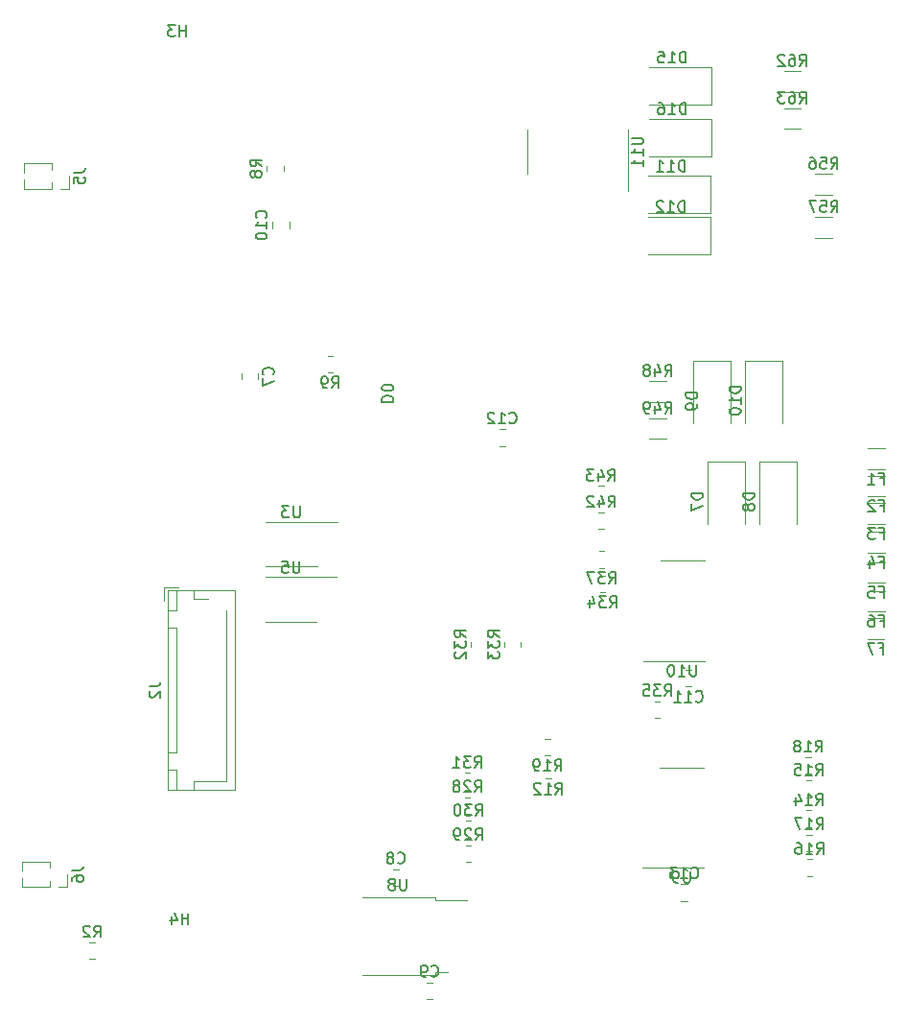
<source format=gbr>
%TF.GenerationSoftware,KiCad,Pcbnew,7.0.9*%
%TF.CreationDate,2024-02-15T16:51:20+05:30*%
%TF.ProjectId,BMS OPAMP,424d5320-4f50-4414-9d50-2e6b69636164,rev?*%
%TF.SameCoordinates,Original*%
%TF.FileFunction,Legend,Bot*%
%TF.FilePolarity,Positive*%
%FSLAX46Y46*%
G04 Gerber Fmt 4.6, Leading zero omitted, Abs format (unit mm)*
G04 Created by KiCad (PCBNEW 7.0.9) date 2024-02-15 16:51:20*
%MOMM*%
%LPD*%
G01*
G04 APERTURE LIST*
%ADD10C,0.150000*%
%ADD11C,0.120000*%
G04 APERTURE END LIST*
D10*
X55425180Y-47601094D02*
X56425180Y-47601094D01*
X56425180Y-47601094D02*
X56425180Y-47362999D01*
X56425180Y-47362999D02*
X56377561Y-47220142D01*
X56377561Y-47220142D02*
X56282323Y-47124904D01*
X56282323Y-47124904D02*
X56187085Y-47077285D01*
X56187085Y-47077285D02*
X55996609Y-47029666D01*
X55996609Y-47029666D02*
X55853752Y-47029666D01*
X55853752Y-47029666D02*
X55663276Y-47077285D01*
X55663276Y-47077285D02*
X55568038Y-47124904D01*
X55568038Y-47124904D02*
X55472800Y-47220142D01*
X55472800Y-47220142D02*
X55425180Y-47362999D01*
X55425180Y-47362999D02*
X55425180Y-47601094D01*
X56425180Y-46410618D02*
X56425180Y-46315380D01*
X56425180Y-46315380D02*
X56377561Y-46220142D01*
X56377561Y-46220142D02*
X56329942Y-46172523D01*
X56329942Y-46172523D02*
X56234704Y-46124904D01*
X56234704Y-46124904D02*
X56044228Y-46077285D01*
X56044228Y-46077285D02*
X55806133Y-46077285D01*
X55806133Y-46077285D02*
X55615657Y-46124904D01*
X55615657Y-46124904D02*
X55520419Y-46172523D01*
X55520419Y-46172523D02*
X55472800Y-46220142D01*
X55472800Y-46220142D02*
X55425180Y-46315380D01*
X55425180Y-46315380D02*
X55425180Y-46410618D01*
X55425180Y-46410618D02*
X55472800Y-46505856D01*
X55472800Y-46505856D02*
X55520419Y-46553475D01*
X55520419Y-46553475D02*
X55615657Y-46601094D01*
X55615657Y-46601094D02*
X55806133Y-46648713D01*
X55806133Y-46648713D02*
X56044228Y-46648713D01*
X56044228Y-46648713D02*
X56234704Y-46601094D01*
X56234704Y-46601094D02*
X56329942Y-46553475D01*
X56329942Y-46553475D02*
X56377561Y-46505856D01*
X56377561Y-46505856D02*
X56425180Y-46410618D01*
X45179580Y-31357142D02*
X45227200Y-31309523D01*
X45227200Y-31309523D02*
X45274819Y-31166666D01*
X45274819Y-31166666D02*
X45274819Y-31071428D01*
X45274819Y-31071428D02*
X45227200Y-30928571D01*
X45227200Y-30928571D02*
X45131961Y-30833333D01*
X45131961Y-30833333D02*
X45036723Y-30785714D01*
X45036723Y-30785714D02*
X44846247Y-30738095D01*
X44846247Y-30738095D02*
X44703390Y-30738095D01*
X44703390Y-30738095D02*
X44512914Y-30785714D01*
X44512914Y-30785714D02*
X44417676Y-30833333D01*
X44417676Y-30833333D02*
X44322438Y-30928571D01*
X44322438Y-30928571D02*
X44274819Y-31071428D01*
X44274819Y-31071428D02*
X44274819Y-31166666D01*
X44274819Y-31166666D02*
X44322438Y-31309523D01*
X44322438Y-31309523D02*
X44370057Y-31357142D01*
X45274819Y-32309523D02*
X45274819Y-31738095D01*
X45274819Y-32023809D02*
X44274819Y-32023809D01*
X44274819Y-32023809D02*
X44417676Y-31928571D01*
X44417676Y-31928571D02*
X44512914Y-31833333D01*
X44512914Y-31833333D02*
X44560533Y-31738095D01*
X44274819Y-32928571D02*
X44274819Y-33023809D01*
X44274819Y-33023809D02*
X44322438Y-33119047D01*
X44322438Y-33119047D02*
X44370057Y-33166666D01*
X44370057Y-33166666D02*
X44465295Y-33214285D01*
X44465295Y-33214285D02*
X44655771Y-33261904D01*
X44655771Y-33261904D02*
X44893866Y-33261904D01*
X44893866Y-33261904D02*
X45084342Y-33214285D01*
X45084342Y-33214285D02*
X45179580Y-33166666D01*
X45179580Y-33166666D02*
X45227200Y-33119047D01*
X45227200Y-33119047D02*
X45274819Y-33023809D01*
X45274819Y-33023809D02*
X45274819Y-32928571D01*
X45274819Y-32928571D02*
X45227200Y-32833333D01*
X45227200Y-32833333D02*
X45179580Y-32785714D01*
X45179580Y-32785714D02*
X45084342Y-32738095D01*
X45084342Y-32738095D02*
X44893866Y-32690476D01*
X44893866Y-32690476D02*
X44655771Y-32690476D01*
X44655771Y-32690476D02*
X44465295Y-32738095D01*
X44465295Y-32738095D02*
X44370057Y-32785714D01*
X44370057Y-32785714D02*
X44322438Y-32833333D01*
X44322438Y-32833333D02*
X44274819Y-32928571D01*
X44804819Y-26833333D02*
X44328628Y-26500000D01*
X44804819Y-26261905D02*
X43804819Y-26261905D01*
X43804819Y-26261905D02*
X43804819Y-26642857D01*
X43804819Y-26642857D02*
X43852438Y-26738095D01*
X43852438Y-26738095D02*
X43900057Y-26785714D01*
X43900057Y-26785714D02*
X43995295Y-26833333D01*
X43995295Y-26833333D02*
X44138152Y-26833333D01*
X44138152Y-26833333D02*
X44233390Y-26785714D01*
X44233390Y-26785714D02*
X44281009Y-26738095D01*
X44281009Y-26738095D02*
X44328628Y-26642857D01*
X44328628Y-26642857D02*
X44328628Y-26261905D01*
X44233390Y-27404762D02*
X44185771Y-27309524D01*
X44185771Y-27309524D02*
X44138152Y-27261905D01*
X44138152Y-27261905D02*
X44042914Y-27214286D01*
X44042914Y-27214286D02*
X43995295Y-27214286D01*
X43995295Y-27214286D02*
X43900057Y-27261905D01*
X43900057Y-27261905D02*
X43852438Y-27309524D01*
X43852438Y-27309524D02*
X43804819Y-27404762D01*
X43804819Y-27404762D02*
X43804819Y-27595238D01*
X43804819Y-27595238D02*
X43852438Y-27690476D01*
X43852438Y-27690476D02*
X43900057Y-27738095D01*
X43900057Y-27738095D02*
X43995295Y-27785714D01*
X43995295Y-27785714D02*
X44042914Y-27785714D01*
X44042914Y-27785714D02*
X44138152Y-27738095D01*
X44138152Y-27738095D02*
X44185771Y-27690476D01*
X44185771Y-27690476D02*
X44233390Y-27595238D01*
X44233390Y-27595238D02*
X44233390Y-27404762D01*
X44233390Y-27404762D02*
X44281009Y-27309524D01*
X44281009Y-27309524D02*
X44328628Y-27261905D01*
X44328628Y-27261905D02*
X44423866Y-27214286D01*
X44423866Y-27214286D02*
X44614342Y-27214286D01*
X44614342Y-27214286D02*
X44709580Y-27261905D01*
X44709580Y-27261905D02*
X44757200Y-27309524D01*
X44757200Y-27309524D02*
X44804819Y-27404762D01*
X44804819Y-27404762D02*
X44804819Y-27595238D01*
X44804819Y-27595238D02*
X44757200Y-27690476D01*
X44757200Y-27690476D02*
X44709580Y-27738095D01*
X44709580Y-27738095D02*
X44614342Y-27785714D01*
X44614342Y-27785714D02*
X44423866Y-27785714D01*
X44423866Y-27785714D02*
X44328628Y-27738095D01*
X44328628Y-27738095D02*
X44281009Y-27690476D01*
X44281009Y-27690476D02*
X44233390Y-27595238D01*
X92310857Y-21254219D02*
X92644190Y-20778028D01*
X92882285Y-21254219D02*
X92882285Y-20254219D01*
X92882285Y-20254219D02*
X92501333Y-20254219D01*
X92501333Y-20254219D02*
X92406095Y-20301838D01*
X92406095Y-20301838D02*
X92358476Y-20349457D01*
X92358476Y-20349457D02*
X92310857Y-20444695D01*
X92310857Y-20444695D02*
X92310857Y-20587552D01*
X92310857Y-20587552D02*
X92358476Y-20682790D01*
X92358476Y-20682790D02*
X92406095Y-20730409D01*
X92406095Y-20730409D02*
X92501333Y-20778028D01*
X92501333Y-20778028D02*
X92882285Y-20778028D01*
X91453714Y-20254219D02*
X91644190Y-20254219D01*
X91644190Y-20254219D02*
X91739428Y-20301838D01*
X91739428Y-20301838D02*
X91787047Y-20349457D01*
X91787047Y-20349457D02*
X91882285Y-20492314D01*
X91882285Y-20492314D02*
X91929904Y-20682790D01*
X91929904Y-20682790D02*
X91929904Y-21063742D01*
X91929904Y-21063742D02*
X91882285Y-21158980D01*
X91882285Y-21158980D02*
X91834666Y-21206600D01*
X91834666Y-21206600D02*
X91739428Y-21254219D01*
X91739428Y-21254219D02*
X91548952Y-21254219D01*
X91548952Y-21254219D02*
X91453714Y-21206600D01*
X91453714Y-21206600D02*
X91406095Y-21158980D01*
X91406095Y-21158980D02*
X91358476Y-21063742D01*
X91358476Y-21063742D02*
X91358476Y-20825647D01*
X91358476Y-20825647D02*
X91406095Y-20730409D01*
X91406095Y-20730409D02*
X91453714Y-20682790D01*
X91453714Y-20682790D02*
X91548952Y-20635171D01*
X91548952Y-20635171D02*
X91739428Y-20635171D01*
X91739428Y-20635171D02*
X91834666Y-20682790D01*
X91834666Y-20682790D02*
X91882285Y-20730409D01*
X91882285Y-20730409D02*
X91929904Y-20825647D01*
X91025142Y-20254219D02*
X90406095Y-20254219D01*
X90406095Y-20254219D02*
X90739428Y-20635171D01*
X90739428Y-20635171D02*
X90596571Y-20635171D01*
X90596571Y-20635171D02*
X90501333Y-20682790D01*
X90501333Y-20682790D02*
X90453714Y-20730409D01*
X90453714Y-20730409D02*
X90406095Y-20825647D01*
X90406095Y-20825647D02*
X90406095Y-21063742D01*
X90406095Y-21063742D02*
X90453714Y-21158980D01*
X90453714Y-21158980D02*
X90501333Y-21206600D01*
X90501333Y-21206600D02*
X90596571Y-21254219D01*
X90596571Y-21254219D02*
X90882285Y-21254219D01*
X90882285Y-21254219D02*
X90977523Y-21206600D01*
X90977523Y-21206600D02*
X91025142Y-21158980D01*
X48183704Y-56802019D02*
X48183704Y-57611542D01*
X48183704Y-57611542D02*
X48136085Y-57706780D01*
X48136085Y-57706780D02*
X48088466Y-57754400D01*
X48088466Y-57754400D02*
X47993228Y-57802019D01*
X47993228Y-57802019D02*
X47802752Y-57802019D01*
X47802752Y-57802019D02*
X47707514Y-57754400D01*
X47707514Y-57754400D02*
X47659895Y-57706780D01*
X47659895Y-57706780D02*
X47612276Y-57611542D01*
X47612276Y-57611542D02*
X47612276Y-56802019D01*
X47231323Y-56802019D02*
X46612276Y-56802019D01*
X46612276Y-56802019D02*
X46945609Y-57182971D01*
X46945609Y-57182971D02*
X46802752Y-57182971D01*
X46802752Y-57182971D02*
X46707514Y-57230590D01*
X46707514Y-57230590D02*
X46659895Y-57278209D01*
X46659895Y-57278209D02*
X46612276Y-57373447D01*
X46612276Y-57373447D02*
X46612276Y-57611542D01*
X46612276Y-57611542D02*
X46659895Y-57706780D01*
X46659895Y-57706780D02*
X46707514Y-57754400D01*
X46707514Y-57754400D02*
X46802752Y-57802019D01*
X46802752Y-57802019D02*
X47088466Y-57802019D01*
X47088466Y-57802019D02*
X47183704Y-57754400D01*
X47183704Y-57754400D02*
X47231323Y-57706780D01*
X95079457Y-30855419D02*
X95412790Y-30379228D01*
X95650885Y-30855419D02*
X95650885Y-29855419D01*
X95650885Y-29855419D02*
X95269933Y-29855419D01*
X95269933Y-29855419D02*
X95174695Y-29903038D01*
X95174695Y-29903038D02*
X95127076Y-29950657D01*
X95127076Y-29950657D02*
X95079457Y-30045895D01*
X95079457Y-30045895D02*
X95079457Y-30188752D01*
X95079457Y-30188752D02*
X95127076Y-30283990D01*
X95127076Y-30283990D02*
X95174695Y-30331609D01*
X95174695Y-30331609D02*
X95269933Y-30379228D01*
X95269933Y-30379228D02*
X95650885Y-30379228D01*
X94174695Y-29855419D02*
X94650885Y-29855419D01*
X94650885Y-29855419D02*
X94698504Y-30331609D01*
X94698504Y-30331609D02*
X94650885Y-30283990D01*
X94650885Y-30283990D02*
X94555647Y-30236371D01*
X94555647Y-30236371D02*
X94317552Y-30236371D01*
X94317552Y-30236371D02*
X94222314Y-30283990D01*
X94222314Y-30283990D02*
X94174695Y-30331609D01*
X94174695Y-30331609D02*
X94127076Y-30426847D01*
X94127076Y-30426847D02*
X94127076Y-30664942D01*
X94127076Y-30664942D02*
X94174695Y-30760180D01*
X94174695Y-30760180D02*
X94222314Y-30807800D01*
X94222314Y-30807800D02*
X94317552Y-30855419D01*
X94317552Y-30855419D02*
X94555647Y-30855419D01*
X94555647Y-30855419D02*
X94650885Y-30807800D01*
X94650885Y-30807800D02*
X94698504Y-30760180D01*
X93793742Y-29855419D02*
X93127076Y-29855419D01*
X93127076Y-29855419D02*
X93555647Y-30855419D01*
X75496657Y-63612819D02*
X75829990Y-63136628D01*
X76068085Y-63612819D02*
X76068085Y-62612819D01*
X76068085Y-62612819D02*
X75687133Y-62612819D01*
X75687133Y-62612819D02*
X75591895Y-62660438D01*
X75591895Y-62660438D02*
X75544276Y-62708057D01*
X75544276Y-62708057D02*
X75496657Y-62803295D01*
X75496657Y-62803295D02*
X75496657Y-62946152D01*
X75496657Y-62946152D02*
X75544276Y-63041390D01*
X75544276Y-63041390D02*
X75591895Y-63089009D01*
X75591895Y-63089009D02*
X75687133Y-63136628D01*
X75687133Y-63136628D02*
X76068085Y-63136628D01*
X75163323Y-62612819D02*
X74544276Y-62612819D01*
X74544276Y-62612819D02*
X74877609Y-62993771D01*
X74877609Y-62993771D02*
X74734752Y-62993771D01*
X74734752Y-62993771D02*
X74639514Y-63041390D01*
X74639514Y-63041390D02*
X74591895Y-63089009D01*
X74591895Y-63089009D02*
X74544276Y-63184247D01*
X74544276Y-63184247D02*
X74544276Y-63422342D01*
X74544276Y-63422342D02*
X74591895Y-63517580D01*
X74591895Y-63517580D02*
X74639514Y-63565200D01*
X74639514Y-63565200D02*
X74734752Y-63612819D01*
X74734752Y-63612819D02*
X75020466Y-63612819D01*
X75020466Y-63612819D02*
X75115704Y-63565200D01*
X75115704Y-63565200D02*
X75163323Y-63517580D01*
X74210942Y-62612819D02*
X73544276Y-62612819D01*
X73544276Y-62612819D02*
X73972847Y-63612819D01*
X77479819Y-24314305D02*
X78289342Y-24314305D01*
X78289342Y-24314305D02*
X78384580Y-24361924D01*
X78384580Y-24361924D02*
X78432200Y-24409543D01*
X78432200Y-24409543D02*
X78479819Y-24504781D01*
X78479819Y-24504781D02*
X78479819Y-24695257D01*
X78479819Y-24695257D02*
X78432200Y-24790495D01*
X78432200Y-24790495D02*
X78384580Y-24838114D01*
X78384580Y-24838114D02*
X78289342Y-24885733D01*
X78289342Y-24885733D02*
X77479819Y-24885733D01*
X78479819Y-25885733D02*
X78479819Y-25314305D01*
X78479819Y-25600019D02*
X77479819Y-25600019D01*
X77479819Y-25600019D02*
X77622676Y-25504781D01*
X77622676Y-25504781D02*
X77717914Y-25409543D01*
X77717914Y-25409543D02*
X77765533Y-25314305D01*
X78479819Y-26838114D02*
X78479819Y-26266686D01*
X78479819Y-26552400D02*
X77479819Y-26552400D01*
X77479819Y-26552400D02*
X77622676Y-26457162D01*
X77622676Y-26457162D02*
X77717914Y-26361924D01*
X77717914Y-26361924D02*
X77765533Y-26266686D01*
X28057819Y-88947666D02*
X28772104Y-88947666D01*
X28772104Y-88947666D02*
X28914961Y-88900047D01*
X28914961Y-88900047D02*
X29010200Y-88804809D01*
X29010200Y-88804809D02*
X29057819Y-88661952D01*
X29057819Y-88661952D02*
X29057819Y-88566714D01*
X28057819Y-89852428D02*
X28057819Y-89661952D01*
X28057819Y-89661952D02*
X28105438Y-89566714D01*
X28105438Y-89566714D02*
X28153057Y-89519095D01*
X28153057Y-89519095D02*
X28295914Y-89423857D01*
X28295914Y-89423857D02*
X28486390Y-89376238D01*
X28486390Y-89376238D02*
X28867342Y-89376238D01*
X28867342Y-89376238D02*
X28962580Y-89423857D01*
X28962580Y-89423857D02*
X29010200Y-89471476D01*
X29010200Y-89471476D02*
X29057819Y-89566714D01*
X29057819Y-89566714D02*
X29057819Y-89757190D01*
X29057819Y-89757190D02*
X29010200Y-89852428D01*
X29010200Y-89852428D02*
X28962580Y-89900047D01*
X28962580Y-89900047D02*
X28867342Y-89947666D01*
X28867342Y-89947666D02*
X28629247Y-89947666D01*
X28629247Y-89947666D02*
X28534009Y-89900047D01*
X28534009Y-89900047D02*
X28486390Y-89852428D01*
X28486390Y-89852428D02*
X28438771Y-89757190D01*
X28438771Y-89757190D02*
X28438771Y-89566714D01*
X28438771Y-89566714D02*
X28486390Y-89471476D01*
X28486390Y-89471476D02*
X28534009Y-89423857D01*
X28534009Y-89423857D02*
X28629247Y-89376238D01*
X83778019Y-55656505D02*
X82778019Y-55656505D01*
X82778019Y-55656505D02*
X82778019Y-55894600D01*
X82778019Y-55894600D02*
X82825638Y-56037457D01*
X82825638Y-56037457D02*
X82920876Y-56132695D01*
X82920876Y-56132695D02*
X83016114Y-56180314D01*
X83016114Y-56180314D02*
X83206590Y-56227933D01*
X83206590Y-56227933D02*
X83349447Y-56227933D01*
X83349447Y-56227933D02*
X83539923Y-56180314D01*
X83539923Y-56180314D02*
X83635161Y-56132695D01*
X83635161Y-56132695D02*
X83730400Y-56037457D01*
X83730400Y-56037457D02*
X83778019Y-55894600D01*
X83778019Y-55894600D02*
X83778019Y-55656505D01*
X82778019Y-56561267D02*
X82778019Y-57227933D01*
X82778019Y-57227933D02*
X83778019Y-56799362D01*
X87112219Y-46258314D02*
X86112219Y-46258314D01*
X86112219Y-46258314D02*
X86112219Y-46496409D01*
X86112219Y-46496409D02*
X86159838Y-46639266D01*
X86159838Y-46639266D02*
X86255076Y-46734504D01*
X86255076Y-46734504D02*
X86350314Y-46782123D01*
X86350314Y-46782123D02*
X86540790Y-46829742D01*
X86540790Y-46829742D02*
X86683647Y-46829742D01*
X86683647Y-46829742D02*
X86874123Y-46782123D01*
X86874123Y-46782123D02*
X86969361Y-46734504D01*
X86969361Y-46734504D02*
X87064600Y-46639266D01*
X87064600Y-46639266D02*
X87112219Y-46496409D01*
X87112219Y-46496409D02*
X87112219Y-46258314D01*
X87112219Y-47782123D02*
X87112219Y-47210695D01*
X87112219Y-47496409D02*
X86112219Y-47496409D01*
X86112219Y-47496409D02*
X86255076Y-47401171D01*
X86255076Y-47401171D02*
X86350314Y-47305933D01*
X86350314Y-47305933D02*
X86397933Y-47210695D01*
X86112219Y-48401171D02*
X86112219Y-48496409D01*
X86112219Y-48496409D02*
X86159838Y-48591647D01*
X86159838Y-48591647D02*
X86207457Y-48639266D01*
X86207457Y-48639266D02*
X86302695Y-48686885D01*
X86302695Y-48686885D02*
X86493171Y-48734504D01*
X86493171Y-48734504D02*
X86731266Y-48734504D01*
X86731266Y-48734504D02*
X86921742Y-48686885D01*
X86921742Y-48686885D02*
X87016980Y-48639266D01*
X87016980Y-48639266D02*
X87064600Y-48591647D01*
X87064600Y-48591647D02*
X87112219Y-48496409D01*
X87112219Y-48496409D02*
X87112219Y-48401171D01*
X87112219Y-48401171D02*
X87064600Y-48305933D01*
X87064600Y-48305933D02*
X87016980Y-48258314D01*
X87016980Y-48258314D02*
X86921742Y-48210695D01*
X86921742Y-48210695D02*
X86731266Y-48163076D01*
X86731266Y-48163076D02*
X86493171Y-48163076D01*
X86493171Y-48163076D02*
X86302695Y-48210695D01*
X86302695Y-48210695D02*
X86207457Y-48258314D01*
X86207457Y-48258314D02*
X86159838Y-48305933D01*
X86159838Y-48305933D02*
X86112219Y-48401171D01*
X83189694Y-70800219D02*
X83189694Y-71609742D01*
X83189694Y-71609742D02*
X83142075Y-71704980D01*
X83142075Y-71704980D02*
X83094456Y-71752600D01*
X83094456Y-71752600D02*
X82999218Y-71800219D01*
X82999218Y-71800219D02*
X82808742Y-71800219D01*
X82808742Y-71800219D02*
X82713504Y-71752600D01*
X82713504Y-71752600D02*
X82665885Y-71704980D01*
X82665885Y-71704980D02*
X82618266Y-71609742D01*
X82618266Y-71609742D02*
X82618266Y-70800219D01*
X81618266Y-71800219D02*
X82189694Y-71800219D01*
X81903980Y-71800219D02*
X81903980Y-70800219D01*
X81903980Y-70800219D02*
X81999218Y-70943076D01*
X81999218Y-70943076D02*
X82094456Y-71038314D01*
X82094456Y-71038314D02*
X82189694Y-71085933D01*
X80999218Y-70800219D02*
X80903980Y-70800219D01*
X80903980Y-70800219D02*
X80808742Y-70847838D01*
X80808742Y-70847838D02*
X80761123Y-70895457D01*
X80761123Y-70895457D02*
X80713504Y-70990695D01*
X80713504Y-70990695D02*
X80665885Y-71181171D01*
X80665885Y-71181171D02*
X80665885Y-71419266D01*
X80665885Y-71419266D02*
X80713504Y-71609742D01*
X80713504Y-71609742D02*
X80761123Y-71704980D01*
X80761123Y-71704980D02*
X80808742Y-71752600D01*
X80808742Y-71752600D02*
X80903980Y-71800219D01*
X80903980Y-71800219D02*
X80999218Y-71800219D01*
X80999218Y-71800219D02*
X81094456Y-71752600D01*
X81094456Y-71752600D02*
X81142075Y-71704980D01*
X81142075Y-71704980D02*
X81189694Y-71609742D01*
X81189694Y-71609742D02*
X81237313Y-71419266D01*
X81237313Y-71419266D02*
X81237313Y-71181171D01*
X81237313Y-71181171D02*
X81189694Y-70990695D01*
X81189694Y-70990695D02*
X81142075Y-70895457D01*
X81142075Y-70895457D02*
X81094456Y-70847838D01*
X81094456Y-70847838D02*
X80999218Y-70800219D01*
X93759257Y-80542019D02*
X94092590Y-80065828D01*
X94330685Y-80542019D02*
X94330685Y-79542019D01*
X94330685Y-79542019D02*
X93949733Y-79542019D01*
X93949733Y-79542019D02*
X93854495Y-79589638D01*
X93854495Y-79589638D02*
X93806876Y-79637257D01*
X93806876Y-79637257D02*
X93759257Y-79732495D01*
X93759257Y-79732495D02*
X93759257Y-79875352D01*
X93759257Y-79875352D02*
X93806876Y-79970590D01*
X93806876Y-79970590D02*
X93854495Y-80018209D01*
X93854495Y-80018209D02*
X93949733Y-80065828D01*
X93949733Y-80065828D02*
X94330685Y-80065828D01*
X92806876Y-80542019D02*
X93378304Y-80542019D01*
X93092590Y-80542019D02*
X93092590Y-79542019D01*
X93092590Y-79542019D02*
X93187828Y-79684876D01*
X93187828Y-79684876D02*
X93283066Y-79780114D01*
X93283066Y-79780114D02*
X93378304Y-79827733D01*
X91902114Y-79542019D02*
X92378304Y-79542019D01*
X92378304Y-79542019D02*
X92425923Y-80018209D01*
X92425923Y-80018209D02*
X92378304Y-79970590D01*
X92378304Y-79970590D02*
X92283066Y-79922971D01*
X92283066Y-79922971D02*
X92044971Y-79922971D01*
X92044971Y-79922971D02*
X91949733Y-79970590D01*
X91949733Y-79970590D02*
X91902114Y-80018209D01*
X91902114Y-80018209D02*
X91854495Y-80113447D01*
X91854495Y-80113447D02*
X91854495Y-80351542D01*
X91854495Y-80351542D02*
X91902114Y-80446780D01*
X91902114Y-80446780D02*
X91949733Y-80494400D01*
X91949733Y-80494400D02*
X92044971Y-80542019D01*
X92044971Y-80542019D02*
X92283066Y-80542019D01*
X92283066Y-80542019D02*
X92378304Y-80494400D01*
X92378304Y-80494400D02*
X92425923Y-80446780D01*
X70762857Y-82216419D02*
X71096190Y-81740228D01*
X71334285Y-82216419D02*
X71334285Y-81216419D01*
X71334285Y-81216419D02*
X70953333Y-81216419D01*
X70953333Y-81216419D02*
X70858095Y-81264038D01*
X70858095Y-81264038D02*
X70810476Y-81311657D01*
X70810476Y-81311657D02*
X70762857Y-81406895D01*
X70762857Y-81406895D02*
X70762857Y-81549752D01*
X70762857Y-81549752D02*
X70810476Y-81644990D01*
X70810476Y-81644990D02*
X70858095Y-81692609D01*
X70858095Y-81692609D02*
X70953333Y-81740228D01*
X70953333Y-81740228D02*
X71334285Y-81740228D01*
X69810476Y-82216419D02*
X70381904Y-82216419D01*
X70096190Y-82216419D02*
X70096190Y-81216419D01*
X70096190Y-81216419D02*
X70191428Y-81359276D01*
X70191428Y-81359276D02*
X70286666Y-81454514D01*
X70286666Y-81454514D02*
X70381904Y-81502133D01*
X69429523Y-81311657D02*
X69381904Y-81264038D01*
X69381904Y-81264038D02*
X69286666Y-81216419D01*
X69286666Y-81216419D02*
X69048571Y-81216419D01*
X69048571Y-81216419D02*
X68953333Y-81264038D01*
X68953333Y-81264038D02*
X68905714Y-81311657D01*
X68905714Y-81311657D02*
X68858095Y-81406895D01*
X68858095Y-81406895D02*
X68858095Y-81502133D01*
X68858095Y-81502133D02*
X68905714Y-81644990D01*
X68905714Y-81644990D02*
X69477142Y-82216419D01*
X69477142Y-82216419D02*
X68858095Y-82216419D01*
X75445857Y-56894619D02*
X75779190Y-56418428D01*
X76017285Y-56894619D02*
X76017285Y-55894619D01*
X76017285Y-55894619D02*
X75636333Y-55894619D01*
X75636333Y-55894619D02*
X75541095Y-55942238D01*
X75541095Y-55942238D02*
X75493476Y-55989857D01*
X75493476Y-55989857D02*
X75445857Y-56085095D01*
X75445857Y-56085095D02*
X75445857Y-56227952D01*
X75445857Y-56227952D02*
X75493476Y-56323190D01*
X75493476Y-56323190D02*
X75541095Y-56370809D01*
X75541095Y-56370809D02*
X75636333Y-56418428D01*
X75636333Y-56418428D02*
X76017285Y-56418428D01*
X74588714Y-56227952D02*
X74588714Y-56894619D01*
X74826809Y-55847000D02*
X75064904Y-56561285D01*
X75064904Y-56561285D02*
X74445857Y-56561285D01*
X74112523Y-55989857D02*
X74064904Y-55942238D01*
X74064904Y-55942238D02*
X73969666Y-55894619D01*
X73969666Y-55894619D02*
X73731571Y-55894619D01*
X73731571Y-55894619D02*
X73636333Y-55942238D01*
X73636333Y-55942238D02*
X73588714Y-55989857D01*
X73588714Y-55989857D02*
X73541095Y-56085095D01*
X73541095Y-56085095D02*
X73541095Y-56180333D01*
X73541095Y-56180333D02*
X73588714Y-56323190D01*
X73588714Y-56323190D02*
X74160142Y-56894619D01*
X74160142Y-56894619D02*
X73541095Y-56894619D01*
X70686657Y-80159019D02*
X71019990Y-79682828D01*
X71258085Y-80159019D02*
X71258085Y-79159019D01*
X71258085Y-79159019D02*
X70877133Y-79159019D01*
X70877133Y-79159019D02*
X70781895Y-79206638D01*
X70781895Y-79206638D02*
X70734276Y-79254257D01*
X70734276Y-79254257D02*
X70686657Y-79349495D01*
X70686657Y-79349495D02*
X70686657Y-79492352D01*
X70686657Y-79492352D02*
X70734276Y-79587590D01*
X70734276Y-79587590D02*
X70781895Y-79635209D01*
X70781895Y-79635209D02*
X70877133Y-79682828D01*
X70877133Y-79682828D02*
X71258085Y-79682828D01*
X69734276Y-80159019D02*
X70305704Y-80159019D01*
X70019990Y-80159019D02*
X70019990Y-79159019D01*
X70019990Y-79159019D02*
X70115228Y-79301876D01*
X70115228Y-79301876D02*
X70210466Y-79397114D01*
X70210466Y-79397114D02*
X70305704Y-79444733D01*
X69258085Y-80159019D02*
X69067609Y-80159019D01*
X69067609Y-80159019D02*
X68972371Y-80111400D01*
X68972371Y-80111400D02*
X68924752Y-80063780D01*
X68924752Y-80063780D02*
X68829514Y-79920923D01*
X68829514Y-79920923D02*
X68781895Y-79730447D01*
X68781895Y-79730447D02*
X68781895Y-79349495D01*
X68781895Y-79349495D02*
X68829514Y-79254257D01*
X68829514Y-79254257D02*
X68877133Y-79206638D01*
X68877133Y-79206638D02*
X68972371Y-79159019D01*
X68972371Y-79159019D02*
X69162847Y-79159019D01*
X69162847Y-79159019D02*
X69258085Y-79206638D01*
X69258085Y-79206638D02*
X69305704Y-79254257D01*
X69305704Y-79254257D02*
X69353323Y-79349495D01*
X69353323Y-79349495D02*
X69353323Y-79587590D01*
X69353323Y-79587590D02*
X69305704Y-79682828D01*
X69305704Y-79682828D02*
X69258085Y-79730447D01*
X69258085Y-79730447D02*
X69162847Y-79778066D01*
X69162847Y-79778066D02*
X68972371Y-79778066D01*
X68972371Y-79778066D02*
X68877133Y-79730447D01*
X68877133Y-79730447D02*
X68829514Y-79682828D01*
X68829514Y-79682828D02*
X68781895Y-79587590D01*
X99418133Y-56767409D02*
X99751466Y-56767409D01*
X99751466Y-57291219D02*
X99751466Y-56291219D01*
X99751466Y-56291219D02*
X99275276Y-56291219D01*
X98941942Y-56386457D02*
X98894323Y-56338838D01*
X98894323Y-56338838D02*
X98799085Y-56291219D01*
X98799085Y-56291219D02*
X98560990Y-56291219D01*
X98560990Y-56291219D02*
X98465752Y-56338838D01*
X98465752Y-56338838D02*
X98418133Y-56386457D01*
X98418133Y-56386457D02*
X98370514Y-56481695D01*
X98370514Y-56481695D02*
X98370514Y-56576933D01*
X98370514Y-56576933D02*
X98418133Y-56719790D01*
X98418133Y-56719790D02*
X98989561Y-57291219D01*
X98989561Y-57291219D02*
X98370514Y-57291219D01*
X82265085Y-22240619D02*
X82265085Y-21240619D01*
X82265085Y-21240619D02*
X82026990Y-21240619D01*
X82026990Y-21240619D02*
X81884133Y-21288238D01*
X81884133Y-21288238D02*
X81788895Y-21383476D01*
X81788895Y-21383476D02*
X81741276Y-21478714D01*
X81741276Y-21478714D02*
X81693657Y-21669190D01*
X81693657Y-21669190D02*
X81693657Y-21812047D01*
X81693657Y-21812047D02*
X81741276Y-22002523D01*
X81741276Y-22002523D02*
X81788895Y-22097761D01*
X81788895Y-22097761D02*
X81884133Y-22193000D01*
X81884133Y-22193000D02*
X82026990Y-22240619D01*
X82026990Y-22240619D02*
X82265085Y-22240619D01*
X80741276Y-22240619D02*
X81312704Y-22240619D01*
X81026990Y-22240619D02*
X81026990Y-21240619D01*
X81026990Y-21240619D02*
X81122228Y-21383476D01*
X81122228Y-21383476D02*
X81217466Y-21478714D01*
X81217466Y-21478714D02*
X81312704Y-21526333D01*
X79884133Y-21240619D02*
X80074609Y-21240619D01*
X80074609Y-21240619D02*
X80169847Y-21288238D01*
X80169847Y-21288238D02*
X80217466Y-21335857D01*
X80217466Y-21335857D02*
X80312704Y-21478714D01*
X80312704Y-21478714D02*
X80360323Y-21669190D01*
X80360323Y-21669190D02*
X80360323Y-22050142D01*
X80360323Y-22050142D02*
X80312704Y-22145380D01*
X80312704Y-22145380D02*
X80265085Y-22193000D01*
X80265085Y-22193000D02*
X80169847Y-22240619D01*
X80169847Y-22240619D02*
X79979371Y-22240619D01*
X79979371Y-22240619D02*
X79884133Y-22193000D01*
X79884133Y-22193000D02*
X79836514Y-22145380D01*
X79836514Y-22145380D02*
X79788895Y-22050142D01*
X79788895Y-22050142D02*
X79788895Y-21812047D01*
X79788895Y-21812047D02*
X79836514Y-21716809D01*
X79836514Y-21716809D02*
X79884133Y-21669190D01*
X79884133Y-21669190D02*
X79979371Y-21621571D01*
X79979371Y-21621571D02*
X80169847Y-21621571D01*
X80169847Y-21621571D02*
X80265085Y-21669190D01*
X80265085Y-21669190D02*
X80312704Y-21716809D01*
X80312704Y-21716809D02*
X80360323Y-21812047D01*
X51017466Y-46377019D02*
X51350799Y-45900828D01*
X51588894Y-46377019D02*
X51588894Y-45377019D01*
X51588894Y-45377019D02*
X51207942Y-45377019D01*
X51207942Y-45377019D02*
X51112704Y-45424638D01*
X51112704Y-45424638D02*
X51065085Y-45472257D01*
X51065085Y-45472257D02*
X51017466Y-45567495D01*
X51017466Y-45567495D02*
X51017466Y-45710352D01*
X51017466Y-45710352D02*
X51065085Y-45805590D01*
X51065085Y-45805590D02*
X51112704Y-45853209D01*
X51112704Y-45853209D02*
X51207942Y-45900828D01*
X51207942Y-45900828D02*
X51588894Y-45900828D01*
X50541275Y-46377019D02*
X50350799Y-46377019D01*
X50350799Y-46377019D02*
X50255561Y-46329400D01*
X50255561Y-46329400D02*
X50207942Y-46281780D01*
X50207942Y-46281780D02*
X50112704Y-46138923D01*
X50112704Y-46138923D02*
X50065085Y-45948447D01*
X50065085Y-45948447D02*
X50065085Y-45567495D01*
X50065085Y-45567495D02*
X50112704Y-45472257D01*
X50112704Y-45472257D02*
X50160323Y-45424638D01*
X50160323Y-45424638D02*
X50255561Y-45377019D01*
X50255561Y-45377019D02*
X50446037Y-45377019D01*
X50446037Y-45377019D02*
X50541275Y-45424638D01*
X50541275Y-45424638D02*
X50588894Y-45472257D01*
X50588894Y-45472257D02*
X50636513Y-45567495D01*
X50636513Y-45567495D02*
X50636513Y-45805590D01*
X50636513Y-45805590D02*
X50588894Y-45900828D01*
X50588894Y-45900828D02*
X50541275Y-45948447D01*
X50541275Y-45948447D02*
X50446037Y-45996066D01*
X50446037Y-45996066D02*
X50255561Y-45996066D01*
X50255561Y-45996066D02*
X50160323Y-45948447D01*
X50160323Y-45948447D02*
X50112704Y-45900828D01*
X50112704Y-45900828D02*
X50065085Y-45805590D01*
X45803780Y-45197733D02*
X45851400Y-45150114D01*
X45851400Y-45150114D02*
X45899019Y-45007257D01*
X45899019Y-45007257D02*
X45899019Y-44912019D01*
X45899019Y-44912019D02*
X45851400Y-44769162D01*
X45851400Y-44769162D02*
X45756161Y-44673924D01*
X45756161Y-44673924D02*
X45660923Y-44626305D01*
X45660923Y-44626305D02*
X45470447Y-44578686D01*
X45470447Y-44578686D02*
X45327590Y-44578686D01*
X45327590Y-44578686D02*
X45137114Y-44626305D01*
X45137114Y-44626305D02*
X45041876Y-44673924D01*
X45041876Y-44673924D02*
X44946638Y-44769162D01*
X44946638Y-44769162D02*
X44899019Y-44912019D01*
X44899019Y-44912019D02*
X44899019Y-45007257D01*
X44899019Y-45007257D02*
X44946638Y-45150114D01*
X44946638Y-45150114D02*
X44994257Y-45197733D01*
X44899019Y-45531067D02*
X44899019Y-46197733D01*
X44899019Y-46197733D02*
X45899019Y-45769162D01*
X65784619Y-68343542D02*
X65308428Y-68010209D01*
X65784619Y-67772114D02*
X64784619Y-67772114D01*
X64784619Y-67772114D02*
X64784619Y-68153066D01*
X64784619Y-68153066D02*
X64832238Y-68248304D01*
X64832238Y-68248304D02*
X64879857Y-68295923D01*
X64879857Y-68295923D02*
X64975095Y-68343542D01*
X64975095Y-68343542D02*
X65117952Y-68343542D01*
X65117952Y-68343542D02*
X65213190Y-68295923D01*
X65213190Y-68295923D02*
X65260809Y-68248304D01*
X65260809Y-68248304D02*
X65308428Y-68153066D01*
X65308428Y-68153066D02*
X65308428Y-67772114D01*
X64784619Y-68676876D02*
X64784619Y-69295923D01*
X64784619Y-69295923D02*
X65165571Y-68962590D01*
X65165571Y-68962590D02*
X65165571Y-69105447D01*
X65165571Y-69105447D02*
X65213190Y-69200685D01*
X65213190Y-69200685D02*
X65260809Y-69248304D01*
X65260809Y-69248304D02*
X65356047Y-69295923D01*
X65356047Y-69295923D02*
X65594142Y-69295923D01*
X65594142Y-69295923D02*
X65689380Y-69248304D01*
X65689380Y-69248304D02*
X65737000Y-69200685D01*
X65737000Y-69200685D02*
X65784619Y-69105447D01*
X65784619Y-69105447D02*
X65784619Y-68819733D01*
X65784619Y-68819733D02*
X65737000Y-68724495D01*
X65737000Y-68724495D02*
X65689380Y-68676876D01*
X64784619Y-69629257D02*
X64784619Y-70248304D01*
X64784619Y-70248304D02*
X65165571Y-69914971D01*
X65165571Y-69914971D02*
X65165571Y-70057828D01*
X65165571Y-70057828D02*
X65213190Y-70153066D01*
X65213190Y-70153066D02*
X65260809Y-70200685D01*
X65260809Y-70200685D02*
X65356047Y-70248304D01*
X65356047Y-70248304D02*
X65594142Y-70248304D01*
X65594142Y-70248304D02*
X65689380Y-70200685D01*
X65689380Y-70200685D02*
X65737000Y-70153066D01*
X65737000Y-70153066D02*
X65784619Y-70057828D01*
X65784619Y-70057828D02*
X65784619Y-69772114D01*
X65784619Y-69772114D02*
X65737000Y-69676876D01*
X65737000Y-69676876D02*
X65689380Y-69629257D01*
X82188885Y-27266419D02*
X82188885Y-26266419D01*
X82188885Y-26266419D02*
X81950790Y-26266419D01*
X81950790Y-26266419D02*
X81807933Y-26314038D01*
X81807933Y-26314038D02*
X81712695Y-26409276D01*
X81712695Y-26409276D02*
X81665076Y-26504514D01*
X81665076Y-26504514D02*
X81617457Y-26694990D01*
X81617457Y-26694990D02*
X81617457Y-26837847D01*
X81617457Y-26837847D02*
X81665076Y-27028323D01*
X81665076Y-27028323D02*
X81712695Y-27123561D01*
X81712695Y-27123561D02*
X81807933Y-27218800D01*
X81807933Y-27218800D02*
X81950790Y-27266419D01*
X81950790Y-27266419D02*
X82188885Y-27266419D01*
X80665076Y-27266419D02*
X81236504Y-27266419D01*
X80950790Y-27266419D02*
X80950790Y-26266419D01*
X80950790Y-26266419D02*
X81046028Y-26409276D01*
X81046028Y-26409276D02*
X81141266Y-26504514D01*
X81141266Y-26504514D02*
X81236504Y-26552133D01*
X79712695Y-27266419D02*
X80284123Y-27266419D01*
X79998409Y-27266419D02*
X79998409Y-26266419D01*
X79998409Y-26266419D02*
X80093647Y-26409276D01*
X80093647Y-26409276D02*
X80188885Y-26504514D01*
X80188885Y-26504514D02*
X80284123Y-26552133D01*
X92310857Y-17964219D02*
X92644190Y-17488028D01*
X92882285Y-17964219D02*
X92882285Y-16964219D01*
X92882285Y-16964219D02*
X92501333Y-16964219D01*
X92501333Y-16964219D02*
X92406095Y-17011838D01*
X92406095Y-17011838D02*
X92358476Y-17059457D01*
X92358476Y-17059457D02*
X92310857Y-17154695D01*
X92310857Y-17154695D02*
X92310857Y-17297552D01*
X92310857Y-17297552D02*
X92358476Y-17392790D01*
X92358476Y-17392790D02*
X92406095Y-17440409D01*
X92406095Y-17440409D02*
X92501333Y-17488028D01*
X92501333Y-17488028D02*
X92882285Y-17488028D01*
X91453714Y-16964219D02*
X91644190Y-16964219D01*
X91644190Y-16964219D02*
X91739428Y-17011838D01*
X91739428Y-17011838D02*
X91787047Y-17059457D01*
X91787047Y-17059457D02*
X91882285Y-17202314D01*
X91882285Y-17202314D02*
X91929904Y-17392790D01*
X91929904Y-17392790D02*
X91929904Y-17773742D01*
X91929904Y-17773742D02*
X91882285Y-17868980D01*
X91882285Y-17868980D02*
X91834666Y-17916600D01*
X91834666Y-17916600D02*
X91739428Y-17964219D01*
X91739428Y-17964219D02*
X91548952Y-17964219D01*
X91548952Y-17964219D02*
X91453714Y-17916600D01*
X91453714Y-17916600D02*
X91406095Y-17868980D01*
X91406095Y-17868980D02*
X91358476Y-17773742D01*
X91358476Y-17773742D02*
X91358476Y-17535647D01*
X91358476Y-17535647D02*
X91406095Y-17440409D01*
X91406095Y-17440409D02*
X91453714Y-17392790D01*
X91453714Y-17392790D02*
X91548952Y-17345171D01*
X91548952Y-17345171D02*
X91739428Y-17345171D01*
X91739428Y-17345171D02*
X91834666Y-17392790D01*
X91834666Y-17392790D02*
X91882285Y-17440409D01*
X91882285Y-17440409D02*
X91929904Y-17535647D01*
X90977523Y-17059457D02*
X90929904Y-17011838D01*
X90929904Y-17011838D02*
X90834666Y-16964219D01*
X90834666Y-16964219D02*
X90596571Y-16964219D01*
X90596571Y-16964219D02*
X90501333Y-17011838D01*
X90501333Y-17011838D02*
X90453714Y-17059457D01*
X90453714Y-17059457D02*
X90406095Y-17154695D01*
X90406095Y-17154695D02*
X90406095Y-17249933D01*
X90406095Y-17249933D02*
X90453714Y-17392790D01*
X90453714Y-17392790D02*
X91025142Y-17964219D01*
X91025142Y-17964219D02*
X90406095Y-17964219D01*
X59805866Y-98222180D02*
X59853485Y-98269800D01*
X59853485Y-98269800D02*
X59996342Y-98317419D01*
X59996342Y-98317419D02*
X60091580Y-98317419D01*
X60091580Y-98317419D02*
X60234437Y-98269800D01*
X60234437Y-98269800D02*
X60329675Y-98174561D01*
X60329675Y-98174561D02*
X60377294Y-98079323D01*
X60377294Y-98079323D02*
X60424913Y-97888847D01*
X60424913Y-97888847D02*
X60424913Y-97745990D01*
X60424913Y-97745990D02*
X60377294Y-97555514D01*
X60377294Y-97555514D02*
X60329675Y-97460276D01*
X60329675Y-97460276D02*
X60234437Y-97365038D01*
X60234437Y-97365038D02*
X60091580Y-97317419D01*
X60091580Y-97317419D02*
X59996342Y-97317419D01*
X59996342Y-97317419D02*
X59853485Y-97365038D01*
X59853485Y-97365038D02*
X59805866Y-97412657D01*
X59329675Y-98317419D02*
X59139199Y-98317419D01*
X59139199Y-98317419D02*
X59043961Y-98269800D01*
X59043961Y-98269800D02*
X58996342Y-98222180D01*
X58996342Y-98222180D02*
X58901104Y-98079323D01*
X58901104Y-98079323D02*
X58853485Y-97888847D01*
X58853485Y-97888847D02*
X58853485Y-97507895D01*
X58853485Y-97507895D02*
X58901104Y-97412657D01*
X58901104Y-97412657D02*
X58948723Y-97365038D01*
X58948723Y-97365038D02*
X59043961Y-97317419D01*
X59043961Y-97317419D02*
X59234437Y-97317419D01*
X59234437Y-97317419D02*
X59329675Y-97365038D01*
X59329675Y-97365038D02*
X59377294Y-97412657D01*
X59377294Y-97412657D02*
X59424913Y-97507895D01*
X59424913Y-97507895D02*
X59424913Y-97745990D01*
X59424913Y-97745990D02*
X59377294Y-97841228D01*
X59377294Y-97841228D02*
X59329675Y-97888847D01*
X59329675Y-97888847D02*
X59234437Y-97936466D01*
X59234437Y-97936466D02*
X59043961Y-97936466D01*
X59043961Y-97936466D02*
X58948723Y-97888847D01*
X58948723Y-97888847D02*
X58901104Y-97841228D01*
X58901104Y-97841228D02*
X58853485Y-97745990D01*
X63685657Y-86257019D02*
X64018990Y-85780828D01*
X64257085Y-86257019D02*
X64257085Y-85257019D01*
X64257085Y-85257019D02*
X63876133Y-85257019D01*
X63876133Y-85257019D02*
X63780895Y-85304638D01*
X63780895Y-85304638D02*
X63733276Y-85352257D01*
X63733276Y-85352257D02*
X63685657Y-85447495D01*
X63685657Y-85447495D02*
X63685657Y-85590352D01*
X63685657Y-85590352D02*
X63733276Y-85685590D01*
X63733276Y-85685590D02*
X63780895Y-85733209D01*
X63780895Y-85733209D02*
X63876133Y-85780828D01*
X63876133Y-85780828D02*
X64257085Y-85780828D01*
X63304704Y-85352257D02*
X63257085Y-85304638D01*
X63257085Y-85304638D02*
X63161847Y-85257019D01*
X63161847Y-85257019D02*
X62923752Y-85257019D01*
X62923752Y-85257019D02*
X62828514Y-85304638D01*
X62828514Y-85304638D02*
X62780895Y-85352257D01*
X62780895Y-85352257D02*
X62733276Y-85447495D01*
X62733276Y-85447495D02*
X62733276Y-85542733D01*
X62733276Y-85542733D02*
X62780895Y-85685590D01*
X62780895Y-85685590D02*
X63352323Y-86257019D01*
X63352323Y-86257019D02*
X62733276Y-86257019D01*
X62257085Y-86257019D02*
X62066609Y-86257019D01*
X62066609Y-86257019D02*
X61971371Y-86209400D01*
X61971371Y-86209400D02*
X61923752Y-86161780D01*
X61923752Y-86161780D02*
X61828514Y-86018923D01*
X61828514Y-86018923D02*
X61780895Y-85828447D01*
X61780895Y-85828447D02*
X61780895Y-85447495D01*
X61780895Y-85447495D02*
X61828514Y-85352257D01*
X61828514Y-85352257D02*
X61876133Y-85304638D01*
X61876133Y-85304638D02*
X61971371Y-85257019D01*
X61971371Y-85257019D02*
X62161847Y-85257019D01*
X62161847Y-85257019D02*
X62257085Y-85304638D01*
X62257085Y-85304638D02*
X62304704Y-85352257D01*
X62304704Y-85352257D02*
X62352323Y-85447495D01*
X62352323Y-85447495D02*
X62352323Y-85685590D01*
X62352323Y-85685590D02*
X62304704Y-85780828D01*
X62304704Y-85780828D02*
X62257085Y-85828447D01*
X62257085Y-85828447D02*
X62161847Y-85876066D01*
X62161847Y-85876066D02*
X61971371Y-85876066D01*
X61971371Y-85876066D02*
X61876133Y-85828447D01*
X61876133Y-85828447D02*
X61828514Y-85780828D01*
X61828514Y-85780828D02*
X61780895Y-85685590D01*
X99418133Y-61720409D02*
X99751466Y-61720409D01*
X99751466Y-62244219D02*
X99751466Y-61244219D01*
X99751466Y-61244219D02*
X99275276Y-61244219D01*
X98465752Y-61577552D02*
X98465752Y-62244219D01*
X98703847Y-61196600D02*
X98941942Y-61910885D01*
X98941942Y-61910885D02*
X98322895Y-61910885D01*
X63609457Y-79881619D02*
X63942790Y-79405428D01*
X64180885Y-79881619D02*
X64180885Y-78881619D01*
X64180885Y-78881619D02*
X63799933Y-78881619D01*
X63799933Y-78881619D02*
X63704695Y-78929238D01*
X63704695Y-78929238D02*
X63657076Y-78976857D01*
X63657076Y-78976857D02*
X63609457Y-79072095D01*
X63609457Y-79072095D02*
X63609457Y-79214952D01*
X63609457Y-79214952D02*
X63657076Y-79310190D01*
X63657076Y-79310190D02*
X63704695Y-79357809D01*
X63704695Y-79357809D02*
X63799933Y-79405428D01*
X63799933Y-79405428D02*
X64180885Y-79405428D01*
X63276123Y-78881619D02*
X62657076Y-78881619D01*
X62657076Y-78881619D02*
X62990409Y-79262571D01*
X62990409Y-79262571D02*
X62847552Y-79262571D01*
X62847552Y-79262571D02*
X62752314Y-79310190D01*
X62752314Y-79310190D02*
X62704695Y-79357809D01*
X62704695Y-79357809D02*
X62657076Y-79453047D01*
X62657076Y-79453047D02*
X62657076Y-79691142D01*
X62657076Y-79691142D02*
X62704695Y-79786380D01*
X62704695Y-79786380D02*
X62752314Y-79834000D01*
X62752314Y-79834000D02*
X62847552Y-79881619D01*
X62847552Y-79881619D02*
X63133266Y-79881619D01*
X63133266Y-79881619D02*
X63228504Y-79834000D01*
X63228504Y-79834000D02*
X63276123Y-79786380D01*
X61704695Y-79881619D02*
X62276123Y-79881619D01*
X61990409Y-79881619D02*
X61990409Y-78881619D01*
X61990409Y-78881619D02*
X62085647Y-79024476D01*
X62085647Y-79024476D02*
X62180885Y-79119714D01*
X62180885Y-79119714D02*
X62276123Y-79167333D01*
X80424257Y-45320019D02*
X80757590Y-44843828D01*
X80995685Y-45320019D02*
X80995685Y-44320019D01*
X80995685Y-44320019D02*
X80614733Y-44320019D01*
X80614733Y-44320019D02*
X80519495Y-44367638D01*
X80519495Y-44367638D02*
X80471876Y-44415257D01*
X80471876Y-44415257D02*
X80424257Y-44510495D01*
X80424257Y-44510495D02*
X80424257Y-44653352D01*
X80424257Y-44653352D02*
X80471876Y-44748590D01*
X80471876Y-44748590D02*
X80519495Y-44796209D01*
X80519495Y-44796209D02*
X80614733Y-44843828D01*
X80614733Y-44843828D02*
X80995685Y-44843828D01*
X79567114Y-44653352D02*
X79567114Y-45320019D01*
X79805209Y-44272400D02*
X80043304Y-44986685D01*
X80043304Y-44986685D02*
X79424257Y-44986685D01*
X78900447Y-44748590D02*
X78995685Y-44700971D01*
X78995685Y-44700971D02*
X79043304Y-44653352D01*
X79043304Y-44653352D02*
X79090923Y-44558114D01*
X79090923Y-44558114D02*
X79090923Y-44510495D01*
X79090923Y-44510495D02*
X79043304Y-44415257D01*
X79043304Y-44415257D02*
X78995685Y-44367638D01*
X78995685Y-44367638D02*
X78900447Y-44320019D01*
X78900447Y-44320019D02*
X78709971Y-44320019D01*
X78709971Y-44320019D02*
X78614733Y-44367638D01*
X78614733Y-44367638D02*
X78567114Y-44415257D01*
X78567114Y-44415257D02*
X78519495Y-44510495D01*
X78519495Y-44510495D02*
X78519495Y-44558114D01*
X78519495Y-44558114D02*
X78567114Y-44653352D01*
X78567114Y-44653352D02*
X78614733Y-44700971D01*
X78614733Y-44700971D02*
X78709971Y-44748590D01*
X78709971Y-44748590D02*
X78900447Y-44748590D01*
X78900447Y-44748590D02*
X78995685Y-44796209D01*
X78995685Y-44796209D02*
X79043304Y-44843828D01*
X79043304Y-44843828D02*
X79090923Y-44939066D01*
X79090923Y-44939066D02*
X79090923Y-45129542D01*
X79090923Y-45129542D02*
X79043304Y-45224780D01*
X79043304Y-45224780D02*
X78995685Y-45272400D01*
X78995685Y-45272400D02*
X78900447Y-45320019D01*
X78900447Y-45320019D02*
X78709971Y-45320019D01*
X78709971Y-45320019D02*
X78614733Y-45272400D01*
X78614733Y-45272400D02*
X78567114Y-45224780D01*
X78567114Y-45224780D02*
X78519495Y-45129542D01*
X78519495Y-45129542D02*
X78519495Y-44939066D01*
X78519495Y-44939066D02*
X78567114Y-44843828D01*
X78567114Y-44843828D02*
X78614733Y-44796209D01*
X78614733Y-44796209D02*
X78709971Y-44748590D01*
X80424257Y-48610019D02*
X80757590Y-48133828D01*
X80995685Y-48610019D02*
X80995685Y-47610019D01*
X80995685Y-47610019D02*
X80614733Y-47610019D01*
X80614733Y-47610019D02*
X80519495Y-47657638D01*
X80519495Y-47657638D02*
X80471876Y-47705257D01*
X80471876Y-47705257D02*
X80424257Y-47800495D01*
X80424257Y-47800495D02*
X80424257Y-47943352D01*
X80424257Y-47943352D02*
X80471876Y-48038590D01*
X80471876Y-48038590D02*
X80519495Y-48086209D01*
X80519495Y-48086209D02*
X80614733Y-48133828D01*
X80614733Y-48133828D02*
X80995685Y-48133828D01*
X79567114Y-47943352D02*
X79567114Y-48610019D01*
X79805209Y-47562400D02*
X80043304Y-48276685D01*
X80043304Y-48276685D02*
X79424257Y-48276685D01*
X78995685Y-48610019D02*
X78805209Y-48610019D01*
X78805209Y-48610019D02*
X78709971Y-48562400D01*
X78709971Y-48562400D02*
X78662352Y-48514780D01*
X78662352Y-48514780D02*
X78567114Y-48371923D01*
X78567114Y-48371923D02*
X78519495Y-48181447D01*
X78519495Y-48181447D02*
X78519495Y-47800495D01*
X78519495Y-47800495D02*
X78567114Y-47705257D01*
X78567114Y-47705257D02*
X78614733Y-47657638D01*
X78614733Y-47657638D02*
X78709971Y-47610019D01*
X78709971Y-47610019D02*
X78900447Y-47610019D01*
X78900447Y-47610019D02*
X78995685Y-47657638D01*
X78995685Y-47657638D02*
X79043304Y-47705257D01*
X79043304Y-47705257D02*
X79090923Y-47800495D01*
X79090923Y-47800495D02*
X79090923Y-48038590D01*
X79090923Y-48038590D02*
X79043304Y-48133828D01*
X79043304Y-48133828D02*
X78995685Y-48181447D01*
X78995685Y-48181447D02*
X78900447Y-48229066D01*
X78900447Y-48229066D02*
X78709971Y-48229066D01*
X78709971Y-48229066D02*
X78614733Y-48181447D01*
X78614733Y-48181447D02*
X78567114Y-48133828D01*
X78567114Y-48133828D02*
X78519495Y-48038590D01*
X30011666Y-94816819D02*
X30344999Y-94340628D01*
X30583094Y-94816819D02*
X30583094Y-93816819D01*
X30583094Y-93816819D02*
X30202142Y-93816819D01*
X30202142Y-93816819D02*
X30106904Y-93864438D01*
X30106904Y-93864438D02*
X30059285Y-93912057D01*
X30059285Y-93912057D02*
X30011666Y-94007295D01*
X30011666Y-94007295D02*
X30011666Y-94150152D01*
X30011666Y-94150152D02*
X30059285Y-94245390D01*
X30059285Y-94245390D02*
X30106904Y-94293009D01*
X30106904Y-94293009D02*
X30202142Y-94340628D01*
X30202142Y-94340628D02*
X30583094Y-94340628D01*
X29630713Y-93912057D02*
X29583094Y-93864438D01*
X29583094Y-93864438D02*
X29487856Y-93816819D01*
X29487856Y-93816819D02*
X29249761Y-93816819D01*
X29249761Y-93816819D02*
X29154523Y-93864438D01*
X29154523Y-93864438D02*
X29106904Y-93912057D01*
X29106904Y-93912057D02*
X29059285Y-94007295D01*
X29059285Y-94007295D02*
X29059285Y-94102533D01*
X29059285Y-94102533D02*
X29106904Y-94245390D01*
X29106904Y-94245390D02*
X29678332Y-94816819D01*
X29678332Y-94816819D02*
X29059285Y-94816819D01*
X93835457Y-87501619D02*
X94168790Y-87025428D01*
X94406885Y-87501619D02*
X94406885Y-86501619D01*
X94406885Y-86501619D02*
X94025933Y-86501619D01*
X94025933Y-86501619D02*
X93930695Y-86549238D01*
X93930695Y-86549238D02*
X93883076Y-86596857D01*
X93883076Y-86596857D02*
X93835457Y-86692095D01*
X93835457Y-86692095D02*
X93835457Y-86834952D01*
X93835457Y-86834952D02*
X93883076Y-86930190D01*
X93883076Y-86930190D02*
X93930695Y-86977809D01*
X93930695Y-86977809D02*
X94025933Y-87025428D01*
X94025933Y-87025428D02*
X94406885Y-87025428D01*
X92883076Y-87501619D02*
X93454504Y-87501619D01*
X93168790Y-87501619D02*
X93168790Y-86501619D01*
X93168790Y-86501619D02*
X93264028Y-86644476D01*
X93264028Y-86644476D02*
X93359266Y-86739714D01*
X93359266Y-86739714D02*
X93454504Y-86787333D01*
X92025933Y-86501619D02*
X92216409Y-86501619D01*
X92216409Y-86501619D02*
X92311647Y-86549238D01*
X92311647Y-86549238D02*
X92359266Y-86596857D01*
X92359266Y-86596857D02*
X92454504Y-86739714D01*
X92454504Y-86739714D02*
X92502123Y-86930190D01*
X92502123Y-86930190D02*
X92502123Y-87311142D01*
X92502123Y-87311142D02*
X92454504Y-87406380D01*
X92454504Y-87406380D02*
X92406885Y-87454000D01*
X92406885Y-87454000D02*
X92311647Y-87501619D01*
X92311647Y-87501619D02*
X92121171Y-87501619D01*
X92121171Y-87501619D02*
X92025933Y-87454000D01*
X92025933Y-87454000D02*
X91978314Y-87406380D01*
X91978314Y-87406380D02*
X91930695Y-87311142D01*
X91930695Y-87311142D02*
X91930695Y-87073047D01*
X91930695Y-87073047D02*
X91978314Y-86977809D01*
X91978314Y-86977809D02*
X92025933Y-86930190D01*
X92025933Y-86930190D02*
X92121171Y-86882571D01*
X92121171Y-86882571D02*
X92311647Y-86882571D01*
X92311647Y-86882571D02*
X92406885Y-86930190D01*
X92406885Y-86930190D02*
X92454504Y-86977809D01*
X92454504Y-86977809D02*
X92502123Y-87073047D01*
X56834066Y-88239980D02*
X56881685Y-88287600D01*
X56881685Y-88287600D02*
X57024542Y-88335219D01*
X57024542Y-88335219D02*
X57119780Y-88335219D01*
X57119780Y-88335219D02*
X57262637Y-88287600D01*
X57262637Y-88287600D02*
X57357875Y-88192361D01*
X57357875Y-88192361D02*
X57405494Y-88097123D01*
X57405494Y-88097123D02*
X57453113Y-87906647D01*
X57453113Y-87906647D02*
X57453113Y-87763790D01*
X57453113Y-87763790D02*
X57405494Y-87573314D01*
X57405494Y-87573314D02*
X57357875Y-87478076D01*
X57357875Y-87478076D02*
X57262637Y-87382838D01*
X57262637Y-87382838D02*
X57119780Y-87335219D01*
X57119780Y-87335219D02*
X57024542Y-87335219D01*
X57024542Y-87335219D02*
X56881685Y-87382838D01*
X56881685Y-87382838D02*
X56834066Y-87430457D01*
X56262637Y-87763790D02*
X56357875Y-87716171D01*
X56357875Y-87716171D02*
X56405494Y-87668552D01*
X56405494Y-87668552D02*
X56453113Y-87573314D01*
X56453113Y-87573314D02*
X56453113Y-87525695D01*
X56453113Y-87525695D02*
X56405494Y-87430457D01*
X56405494Y-87430457D02*
X56357875Y-87382838D01*
X56357875Y-87382838D02*
X56262637Y-87335219D01*
X56262637Y-87335219D02*
X56072161Y-87335219D01*
X56072161Y-87335219D02*
X55976923Y-87382838D01*
X55976923Y-87382838D02*
X55929304Y-87430457D01*
X55929304Y-87430457D02*
X55881685Y-87525695D01*
X55881685Y-87525695D02*
X55881685Y-87573314D01*
X55881685Y-87573314D02*
X55929304Y-87668552D01*
X55929304Y-87668552D02*
X55976923Y-87716171D01*
X55976923Y-87716171D02*
X56072161Y-87763790D01*
X56072161Y-87763790D02*
X56262637Y-87763790D01*
X56262637Y-87763790D02*
X56357875Y-87811409D01*
X56357875Y-87811409D02*
X56405494Y-87859028D01*
X56405494Y-87859028D02*
X56453113Y-87954266D01*
X56453113Y-87954266D02*
X56453113Y-88144742D01*
X56453113Y-88144742D02*
X56405494Y-88239980D01*
X56405494Y-88239980D02*
X56357875Y-88287600D01*
X56357875Y-88287600D02*
X56262637Y-88335219D01*
X56262637Y-88335219D02*
X56072161Y-88335219D01*
X56072161Y-88335219D02*
X55976923Y-88287600D01*
X55976923Y-88287600D02*
X55929304Y-88239980D01*
X55929304Y-88239980D02*
X55881685Y-88144742D01*
X55881685Y-88144742D02*
X55881685Y-87954266D01*
X55881685Y-87954266D02*
X55929304Y-87859028D01*
X55929304Y-87859028D02*
X55976923Y-87811409D01*
X55976923Y-87811409D02*
X56072161Y-87763790D01*
X80382857Y-73557019D02*
X80716190Y-73080828D01*
X80954285Y-73557019D02*
X80954285Y-72557019D01*
X80954285Y-72557019D02*
X80573333Y-72557019D01*
X80573333Y-72557019D02*
X80478095Y-72604638D01*
X80478095Y-72604638D02*
X80430476Y-72652257D01*
X80430476Y-72652257D02*
X80382857Y-72747495D01*
X80382857Y-72747495D02*
X80382857Y-72890352D01*
X80382857Y-72890352D02*
X80430476Y-72985590D01*
X80430476Y-72985590D02*
X80478095Y-73033209D01*
X80478095Y-73033209D02*
X80573333Y-73080828D01*
X80573333Y-73080828D02*
X80954285Y-73080828D01*
X80049523Y-72557019D02*
X79430476Y-72557019D01*
X79430476Y-72557019D02*
X79763809Y-72937971D01*
X79763809Y-72937971D02*
X79620952Y-72937971D01*
X79620952Y-72937971D02*
X79525714Y-72985590D01*
X79525714Y-72985590D02*
X79478095Y-73033209D01*
X79478095Y-73033209D02*
X79430476Y-73128447D01*
X79430476Y-73128447D02*
X79430476Y-73366542D01*
X79430476Y-73366542D02*
X79478095Y-73461780D01*
X79478095Y-73461780D02*
X79525714Y-73509400D01*
X79525714Y-73509400D02*
X79620952Y-73557019D01*
X79620952Y-73557019D02*
X79906666Y-73557019D01*
X79906666Y-73557019D02*
X80001904Y-73509400D01*
X80001904Y-73509400D02*
X80049523Y-73461780D01*
X78525714Y-72557019D02*
X79001904Y-72557019D01*
X79001904Y-72557019D02*
X79049523Y-73033209D01*
X79049523Y-73033209D02*
X79001904Y-72985590D01*
X79001904Y-72985590D02*
X78906666Y-72937971D01*
X78906666Y-72937971D02*
X78668571Y-72937971D01*
X78668571Y-72937971D02*
X78573333Y-72985590D01*
X78573333Y-72985590D02*
X78525714Y-73033209D01*
X78525714Y-73033209D02*
X78478095Y-73128447D01*
X78478095Y-73128447D02*
X78478095Y-73366542D01*
X78478095Y-73366542D02*
X78525714Y-73461780D01*
X78525714Y-73461780D02*
X78573333Y-73509400D01*
X78573333Y-73509400D02*
X78668571Y-73557019D01*
X78668571Y-73557019D02*
X78906666Y-73557019D01*
X78906666Y-73557019D02*
X79001904Y-73509400D01*
X79001904Y-73509400D02*
X79049523Y-73461780D01*
X82163485Y-30873219D02*
X82163485Y-29873219D01*
X82163485Y-29873219D02*
X81925390Y-29873219D01*
X81925390Y-29873219D02*
X81782533Y-29920838D01*
X81782533Y-29920838D02*
X81687295Y-30016076D01*
X81687295Y-30016076D02*
X81639676Y-30111314D01*
X81639676Y-30111314D02*
X81592057Y-30301790D01*
X81592057Y-30301790D02*
X81592057Y-30444647D01*
X81592057Y-30444647D02*
X81639676Y-30635123D01*
X81639676Y-30635123D02*
X81687295Y-30730361D01*
X81687295Y-30730361D02*
X81782533Y-30825600D01*
X81782533Y-30825600D02*
X81925390Y-30873219D01*
X81925390Y-30873219D02*
X82163485Y-30873219D01*
X80639676Y-30873219D02*
X81211104Y-30873219D01*
X80925390Y-30873219D02*
X80925390Y-29873219D01*
X80925390Y-29873219D02*
X81020628Y-30016076D01*
X81020628Y-30016076D02*
X81115866Y-30111314D01*
X81115866Y-30111314D02*
X81211104Y-30158933D01*
X80258723Y-29968457D02*
X80211104Y-29920838D01*
X80211104Y-29920838D02*
X80115866Y-29873219D01*
X80115866Y-29873219D02*
X79877771Y-29873219D01*
X79877771Y-29873219D02*
X79782533Y-29920838D01*
X79782533Y-29920838D02*
X79734914Y-29968457D01*
X79734914Y-29968457D02*
X79687295Y-30063695D01*
X79687295Y-30063695D02*
X79687295Y-30158933D01*
X79687295Y-30158933D02*
X79734914Y-30301790D01*
X79734914Y-30301790D02*
X80306342Y-30873219D01*
X80306342Y-30873219D02*
X79687295Y-30873219D01*
X99418133Y-54354409D02*
X99751466Y-54354409D01*
X99751466Y-54878219D02*
X99751466Y-53878219D01*
X99751466Y-53878219D02*
X99275276Y-53878219D01*
X98370514Y-54878219D02*
X98941942Y-54878219D01*
X98656228Y-54878219D02*
X98656228Y-53878219D01*
X98656228Y-53878219D02*
X98751466Y-54021076D01*
X98751466Y-54021076D02*
X98846704Y-54116314D01*
X98846704Y-54116314D02*
X98941942Y-54163933D01*
X82651504Y-89012019D02*
X82651504Y-89821542D01*
X82651504Y-89821542D02*
X82603885Y-89916780D01*
X82603885Y-89916780D02*
X82556266Y-89964400D01*
X82556266Y-89964400D02*
X82461028Y-90012019D01*
X82461028Y-90012019D02*
X82270552Y-90012019D01*
X82270552Y-90012019D02*
X82175314Y-89964400D01*
X82175314Y-89964400D02*
X82127695Y-89916780D01*
X82127695Y-89916780D02*
X82080076Y-89821542D01*
X82080076Y-89821542D02*
X82080076Y-89012019D01*
X81556266Y-90012019D02*
X81365790Y-90012019D01*
X81365790Y-90012019D02*
X81270552Y-89964400D01*
X81270552Y-89964400D02*
X81222933Y-89916780D01*
X81222933Y-89916780D02*
X81127695Y-89773923D01*
X81127695Y-89773923D02*
X81080076Y-89583447D01*
X81080076Y-89583447D02*
X81080076Y-89202495D01*
X81080076Y-89202495D02*
X81127695Y-89107257D01*
X81127695Y-89107257D02*
X81175314Y-89059638D01*
X81175314Y-89059638D02*
X81270552Y-89012019D01*
X81270552Y-89012019D02*
X81461028Y-89012019D01*
X81461028Y-89012019D02*
X81556266Y-89059638D01*
X81556266Y-89059638D02*
X81603885Y-89107257D01*
X81603885Y-89107257D02*
X81651504Y-89202495D01*
X81651504Y-89202495D02*
X81651504Y-89440590D01*
X81651504Y-89440590D02*
X81603885Y-89535828D01*
X81603885Y-89535828D02*
X81556266Y-89583447D01*
X81556266Y-89583447D02*
X81461028Y-89631066D01*
X81461028Y-89631066D02*
X81270552Y-89631066D01*
X81270552Y-89631066D02*
X81175314Y-89583447D01*
X81175314Y-89583447D02*
X81127695Y-89535828D01*
X81127695Y-89535828D02*
X81080076Y-89440590D01*
X34876819Y-72691666D02*
X35591104Y-72691666D01*
X35591104Y-72691666D02*
X35733961Y-72644047D01*
X35733961Y-72644047D02*
X35829200Y-72548809D01*
X35829200Y-72548809D02*
X35876819Y-72405952D01*
X35876819Y-72405952D02*
X35876819Y-72310714D01*
X34972057Y-73120238D02*
X34924438Y-73167857D01*
X34924438Y-73167857D02*
X34876819Y-73263095D01*
X34876819Y-73263095D02*
X34876819Y-73501190D01*
X34876819Y-73501190D02*
X34924438Y-73596428D01*
X34924438Y-73596428D02*
X34972057Y-73644047D01*
X34972057Y-73644047D02*
X35067295Y-73691666D01*
X35067295Y-73691666D02*
X35162533Y-73691666D01*
X35162533Y-73691666D02*
X35305390Y-73644047D01*
X35305390Y-73644047D02*
X35876819Y-73072619D01*
X35876819Y-73072619D02*
X35876819Y-73691666D01*
X95079457Y-27032019D02*
X95412790Y-26555828D01*
X95650885Y-27032019D02*
X95650885Y-26032019D01*
X95650885Y-26032019D02*
X95269933Y-26032019D01*
X95269933Y-26032019D02*
X95174695Y-26079638D01*
X95174695Y-26079638D02*
X95127076Y-26127257D01*
X95127076Y-26127257D02*
X95079457Y-26222495D01*
X95079457Y-26222495D02*
X95079457Y-26365352D01*
X95079457Y-26365352D02*
X95127076Y-26460590D01*
X95127076Y-26460590D02*
X95174695Y-26508209D01*
X95174695Y-26508209D02*
X95269933Y-26555828D01*
X95269933Y-26555828D02*
X95650885Y-26555828D01*
X94174695Y-26032019D02*
X94650885Y-26032019D01*
X94650885Y-26032019D02*
X94698504Y-26508209D01*
X94698504Y-26508209D02*
X94650885Y-26460590D01*
X94650885Y-26460590D02*
X94555647Y-26412971D01*
X94555647Y-26412971D02*
X94317552Y-26412971D01*
X94317552Y-26412971D02*
X94222314Y-26460590D01*
X94222314Y-26460590D02*
X94174695Y-26508209D01*
X94174695Y-26508209D02*
X94127076Y-26603447D01*
X94127076Y-26603447D02*
X94127076Y-26841542D01*
X94127076Y-26841542D02*
X94174695Y-26936780D01*
X94174695Y-26936780D02*
X94222314Y-26984400D01*
X94222314Y-26984400D02*
X94317552Y-27032019D01*
X94317552Y-27032019D02*
X94555647Y-27032019D01*
X94555647Y-27032019D02*
X94650885Y-26984400D01*
X94650885Y-26984400D02*
X94698504Y-26936780D01*
X93269933Y-26032019D02*
X93460409Y-26032019D01*
X93460409Y-26032019D02*
X93555647Y-26079638D01*
X93555647Y-26079638D02*
X93603266Y-26127257D01*
X93603266Y-26127257D02*
X93698504Y-26270114D01*
X93698504Y-26270114D02*
X93746123Y-26460590D01*
X93746123Y-26460590D02*
X93746123Y-26841542D01*
X93746123Y-26841542D02*
X93698504Y-26936780D01*
X93698504Y-26936780D02*
X93650885Y-26984400D01*
X93650885Y-26984400D02*
X93555647Y-27032019D01*
X93555647Y-27032019D02*
X93365171Y-27032019D01*
X93365171Y-27032019D02*
X93269933Y-26984400D01*
X93269933Y-26984400D02*
X93222314Y-26936780D01*
X93222314Y-26936780D02*
X93174695Y-26841542D01*
X93174695Y-26841542D02*
X93174695Y-26603447D01*
X93174695Y-26603447D02*
X93222314Y-26508209D01*
X93222314Y-26508209D02*
X93269933Y-26460590D01*
X93269933Y-26460590D02*
X93365171Y-26412971D01*
X93365171Y-26412971D02*
X93555647Y-26412971D01*
X93555647Y-26412971D02*
X93650885Y-26460590D01*
X93650885Y-26460590D02*
X93698504Y-26508209D01*
X93698504Y-26508209D02*
X93746123Y-26603447D01*
X57597104Y-89696819D02*
X57597104Y-90506342D01*
X57597104Y-90506342D02*
X57549485Y-90601580D01*
X57549485Y-90601580D02*
X57501866Y-90649200D01*
X57501866Y-90649200D02*
X57406628Y-90696819D01*
X57406628Y-90696819D02*
X57216152Y-90696819D01*
X57216152Y-90696819D02*
X57120914Y-90649200D01*
X57120914Y-90649200D02*
X57073295Y-90601580D01*
X57073295Y-90601580D02*
X57025676Y-90506342D01*
X57025676Y-90506342D02*
X57025676Y-89696819D01*
X56406628Y-90125390D02*
X56501866Y-90077771D01*
X56501866Y-90077771D02*
X56549485Y-90030152D01*
X56549485Y-90030152D02*
X56597104Y-89934914D01*
X56597104Y-89934914D02*
X56597104Y-89887295D01*
X56597104Y-89887295D02*
X56549485Y-89792057D01*
X56549485Y-89792057D02*
X56501866Y-89744438D01*
X56501866Y-89744438D02*
X56406628Y-89696819D01*
X56406628Y-89696819D02*
X56216152Y-89696819D01*
X56216152Y-89696819D02*
X56120914Y-89744438D01*
X56120914Y-89744438D02*
X56073295Y-89792057D01*
X56073295Y-89792057D02*
X56025676Y-89887295D01*
X56025676Y-89887295D02*
X56025676Y-89934914D01*
X56025676Y-89934914D02*
X56073295Y-90030152D01*
X56073295Y-90030152D02*
X56120914Y-90077771D01*
X56120914Y-90077771D02*
X56216152Y-90125390D01*
X56216152Y-90125390D02*
X56406628Y-90125390D01*
X56406628Y-90125390D02*
X56501866Y-90173009D01*
X56501866Y-90173009D02*
X56549485Y-90220628D01*
X56549485Y-90220628D02*
X56597104Y-90315866D01*
X56597104Y-90315866D02*
X56597104Y-90506342D01*
X56597104Y-90506342D02*
X56549485Y-90601580D01*
X56549485Y-90601580D02*
X56501866Y-90649200D01*
X56501866Y-90649200D02*
X56406628Y-90696819D01*
X56406628Y-90696819D02*
X56216152Y-90696819D01*
X56216152Y-90696819D02*
X56120914Y-90649200D01*
X56120914Y-90649200D02*
X56073295Y-90601580D01*
X56073295Y-90601580D02*
X56025676Y-90506342D01*
X56025676Y-90506342D02*
X56025676Y-90315866D01*
X56025676Y-90315866D02*
X56073295Y-90220628D01*
X56073295Y-90220628D02*
X56120914Y-90173009D01*
X56120914Y-90173009D02*
X56216152Y-90125390D01*
X38328504Y-93714619D02*
X38328504Y-92714619D01*
X38328504Y-93190809D02*
X37757076Y-93190809D01*
X37757076Y-93714619D02*
X37757076Y-92714619D01*
X36852314Y-93047952D02*
X36852314Y-93714619D01*
X37090409Y-92667000D02*
X37328504Y-93381285D01*
X37328504Y-93381285D02*
X36709457Y-93381285D01*
X63634857Y-82015219D02*
X63968190Y-81539028D01*
X64206285Y-82015219D02*
X64206285Y-81015219D01*
X64206285Y-81015219D02*
X63825333Y-81015219D01*
X63825333Y-81015219D02*
X63730095Y-81062838D01*
X63730095Y-81062838D02*
X63682476Y-81110457D01*
X63682476Y-81110457D02*
X63634857Y-81205695D01*
X63634857Y-81205695D02*
X63634857Y-81348552D01*
X63634857Y-81348552D02*
X63682476Y-81443790D01*
X63682476Y-81443790D02*
X63730095Y-81491409D01*
X63730095Y-81491409D02*
X63825333Y-81539028D01*
X63825333Y-81539028D02*
X64206285Y-81539028D01*
X63253904Y-81110457D02*
X63206285Y-81062838D01*
X63206285Y-81062838D02*
X63111047Y-81015219D01*
X63111047Y-81015219D02*
X62872952Y-81015219D01*
X62872952Y-81015219D02*
X62777714Y-81062838D01*
X62777714Y-81062838D02*
X62730095Y-81110457D01*
X62730095Y-81110457D02*
X62682476Y-81205695D01*
X62682476Y-81205695D02*
X62682476Y-81300933D01*
X62682476Y-81300933D02*
X62730095Y-81443790D01*
X62730095Y-81443790D02*
X63301523Y-82015219D01*
X63301523Y-82015219D02*
X62682476Y-82015219D01*
X62111047Y-81443790D02*
X62206285Y-81396171D01*
X62206285Y-81396171D02*
X62253904Y-81348552D01*
X62253904Y-81348552D02*
X62301523Y-81253314D01*
X62301523Y-81253314D02*
X62301523Y-81205695D01*
X62301523Y-81205695D02*
X62253904Y-81110457D01*
X62253904Y-81110457D02*
X62206285Y-81062838D01*
X62206285Y-81062838D02*
X62111047Y-81015219D01*
X62111047Y-81015219D02*
X61920571Y-81015219D01*
X61920571Y-81015219D02*
X61825333Y-81062838D01*
X61825333Y-81062838D02*
X61777714Y-81110457D01*
X61777714Y-81110457D02*
X61730095Y-81205695D01*
X61730095Y-81205695D02*
X61730095Y-81253314D01*
X61730095Y-81253314D02*
X61777714Y-81348552D01*
X61777714Y-81348552D02*
X61825333Y-81396171D01*
X61825333Y-81396171D02*
X61920571Y-81443790D01*
X61920571Y-81443790D02*
X62111047Y-81443790D01*
X62111047Y-81443790D02*
X62206285Y-81491409D01*
X62206285Y-81491409D02*
X62253904Y-81539028D01*
X62253904Y-81539028D02*
X62301523Y-81634266D01*
X62301523Y-81634266D02*
X62301523Y-81824742D01*
X62301523Y-81824742D02*
X62253904Y-81919980D01*
X62253904Y-81919980D02*
X62206285Y-81967600D01*
X62206285Y-81967600D02*
X62111047Y-82015219D01*
X62111047Y-82015219D02*
X61920571Y-82015219D01*
X61920571Y-82015219D02*
X61825333Y-81967600D01*
X61825333Y-81967600D02*
X61777714Y-81919980D01*
X61777714Y-81919980D02*
X61730095Y-81824742D01*
X61730095Y-81824742D02*
X61730095Y-81634266D01*
X61730095Y-81634266D02*
X61777714Y-81539028D01*
X61777714Y-81539028D02*
X61825333Y-81491409D01*
X61825333Y-81491409D02*
X61920571Y-81443790D01*
X93733857Y-78484619D02*
X94067190Y-78008428D01*
X94305285Y-78484619D02*
X94305285Y-77484619D01*
X94305285Y-77484619D02*
X93924333Y-77484619D01*
X93924333Y-77484619D02*
X93829095Y-77532238D01*
X93829095Y-77532238D02*
X93781476Y-77579857D01*
X93781476Y-77579857D02*
X93733857Y-77675095D01*
X93733857Y-77675095D02*
X93733857Y-77817952D01*
X93733857Y-77817952D02*
X93781476Y-77913190D01*
X93781476Y-77913190D02*
X93829095Y-77960809D01*
X93829095Y-77960809D02*
X93924333Y-78008428D01*
X93924333Y-78008428D02*
X94305285Y-78008428D01*
X92781476Y-78484619D02*
X93352904Y-78484619D01*
X93067190Y-78484619D02*
X93067190Y-77484619D01*
X93067190Y-77484619D02*
X93162428Y-77627476D01*
X93162428Y-77627476D02*
X93257666Y-77722714D01*
X93257666Y-77722714D02*
X93352904Y-77770333D01*
X92210047Y-77913190D02*
X92305285Y-77865571D01*
X92305285Y-77865571D02*
X92352904Y-77817952D01*
X92352904Y-77817952D02*
X92400523Y-77722714D01*
X92400523Y-77722714D02*
X92400523Y-77675095D01*
X92400523Y-77675095D02*
X92352904Y-77579857D01*
X92352904Y-77579857D02*
X92305285Y-77532238D01*
X92305285Y-77532238D02*
X92210047Y-77484619D01*
X92210047Y-77484619D02*
X92019571Y-77484619D01*
X92019571Y-77484619D02*
X91924333Y-77532238D01*
X91924333Y-77532238D02*
X91876714Y-77579857D01*
X91876714Y-77579857D02*
X91829095Y-77675095D01*
X91829095Y-77675095D02*
X91829095Y-77722714D01*
X91829095Y-77722714D02*
X91876714Y-77817952D01*
X91876714Y-77817952D02*
X91924333Y-77865571D01*
X91924333Y-77865571D02*
X92019571Y-77913190D01*
X92019571Y-77913190D02*
X92210047Y-77913190D01*
X92210047Y-77913190D02*
X92305285Y-77960809D01*
X92305285Y-77960809D02*
X92352904Y-78008428D01*
X92352904Y-78008428D02*
X92400523Y-78103666D01*
X92400523Y-78103666D02*
X92400523Y-78294142D01*
X92400523Y-78294142D02*
X92352904Y-78389380D01*
X92352904Y-78389380D02*
X92305285Y-78437000D01*
X92305285Y-78437000D02*
X92210047Y-78484619D01*
X92210047Y-78484619D02*
X92019571Y-78484619D01*
X92019571Y-78484619D02*
X91924333Y-78437000D01*
X91924333Y-78437000D02*
X91876714Y-78389380D01*
X91876714Y-78389380D02*
X91829095Y-78294142D01*
X91829095Y-78294142D02*
X91829095Y-78103666D01*
X91829095Y-78103666D02*
X91876714Y-78008428D01*
X91876714Y-78008428D02*
X91924333Y-77960809D01*
X91924333Y-77960809D02*
X92019571Y-77913190D01*
X28200819Y-27352666D02*
X28915104Y-27352666D01*
X28915104Y-27352666D02*
X29057961Y-27305047D01*
X29057961Y-27305047D02*
X29153200Y-27209809D01*
X29153200Y-27209809D02*
X29200819Y-27066952D01*
X29200819Y-27066952D02*
X29200819Y-26971714D01*
X28200819Y-28305047D02*
X28200819Y-27828857D01*
X28200819Y-27828857D02*
X28677009Y-27781238D01*
X28677009Y-27781238D02*
X28629390Y-27828857D01*
X28629390Y-27828857D02*
X28581771Y-27924095D01*
X28581771Y-27924095D02*
X28581771Y-28162190D01*
X28581771Y-28162190D02*
X28629390Y-28257428D01*
X28629390Y-28257428D02*
X28677009Y-28305047D01*
X28677009Y-28305047D02*
X28772247Y-28352666D01*
X28772247Y-28352666D02*
X29010342Y-28352666D01*
X29010342Y-28352666D02*
X29105580Y-28305047D01*
X29105580Y-28305047D02*
X29153200Y-28257428D01*
X29153200Y-28257428D02*
X29200819Y-28162190D01*
X29200819Y-28162190D02*
X29200819Y-27924095D01*
X29200819Y-27924095D02*
X29153200Y-27828857D01*
X29153200Y-27828857D02*
X29105580Y-27781238D01*
X83284219Y-46785305D02*
X82284219Y-46785305D01*
X82284219Y-46785305D02*
X82284219Y-47023400D01*
X82284219Y-47023400D02*
X82331838Y-47166257D01*
X82331838Y-47166257D02*
X82427076Y-47261495D01*
X82427076Y-47261495D02*
X82522314Y-47309114D01*
X82522314Y-47309114D02*
X82712790Y-47356733D01*
X82712790Y-47356733D02*
X82855647Y-47356733D01*
X82855647Y-47356733D02*
X83046123Y-47309114D01*
X83046123Y-47309114D02*
X83141361Y-47261495D01*
X83141361Y-47261495D02*
X83236600Y-47166257D01*
X83236600Y-47166257D02*
X83284219Y-47023400D01*
X83284219Y-47023400D02*
X83284219Y-46785305D01*
X83284219Y-47832924D02*
X83284219Y-48023400D01*
X83284219Y-48023400D02*
X83236600Y-48118638D01*
X83236600Y-48118638D02*
X83188980Y-48166257D01*
X83188980Y-48166257D02*
X83046123Y-48261495D01*
X83046123Y-48261495D02*
X82855647Y-48309114D01*
X82855647Y-48309114D02*
X82474695Y-48309114D01*
X82474695Y-48309114D02*
X82379457Y-48261495D01*
X82379457Y-48261495D02*
X82331838Y-48213876D01*
X82331838Y-48213876D02*
X82284219Y-48118638D01*
X82284219Y-48118638D02*
X82284219Y-47928162D01*
X82284219Y-47928162D02*
X82331838Y-47832924D01*
X82331838Y-47832924D02*
X82379457Y-47785305D01*
X82379457Y-47785305D02*
X82474695Y-47737686D01*
X82474695Y-47737686D02*
X82712790Y-47737686D01*
X82712790Y-47737686D02*
X82808028Y-47785305D01*
X82808028Y-47785305D02*
X82855647Y-47832924D01*
X82855647Y-47832924D02*
X82903266Y-47928162D01*
X82903266Y-47928162D02*
X82903266Y-48118638D01*
X82903266Y-48118638D02*
X82855647Y-48213876D01*
X82855647Y-48213876D02*
X82808028Y-48261495D01*
X82808028Y-48261495D02*
X82712790Y-48309114D01*
X48158304Y-61678819D02*
X48158304Y-62488342D01*
X48158304Y-62488342D02*
X48110685Y-62583580D01*
X48110685Y-62583580D02*
X48063066Y-62631200D01*
X48063066Y-62631200D02*
X47967828Y-62678819D01*
X47967828Y-62678819D02*
X47777352Y-62678819D01*
X47777352Y-62678819D02*
X47682114Y-62631200D01*
X47682114Y-62631200D02*
X47634495Y-62583580D01*
X47634495Y-62583580D02*
X47586876Y-62488342D01*
X47586876Y-62488342D02*
X47586876Y-61678819D01*
X46634495Y-61678819D02*
X47110685Y-61678819D01*
X47110685Y-61678819D02*
X47158304Y-62155009D01*
X47158304Y-62155009D02*
X47110685Y-62107390D01*
X47110685Y-62107390D02*
X47015447Y-62059771D01*
X47015447Y-62059771D02*
X46777352Y-62059771D01*
X46777352Y-62059771D02*
X46682114Y-62107390D01*
X46682114Y-62107390D02*
X46634495Y-62155009D01*
X46634495Y-62155009D02*
X46586876Y-62250247D01*
X46586876Y-62250247D02*
X46586876Y-62488342D01*
X46586876Y-62488342D02*
X46634495Y-62583580D01*
X46634495Y-62583580D02*
X46682114Y-62631200D01*
X46682114Y-62631200D02*
X46777352Y-62678819D01*
X46777352Y-62678819D02*
X47015447Y-62678819D01*
X47015447Y-62678819D02*
X47110685Y-62631200D01*
X47110685Y-62631200D02*
X47158304Y-62583580D01*
X63711057Y-84098019D02*
X64044390Y-83621828D01*
X64282485Y-84098019D02*
X64282485Y-83098019D01*
X64282485Y-83098019D02*
X63901533Y-83098019D01*
X63901533Y-83098019D02*
X63806295Y-83145638D01*
X63806295Y-83145638D02*
X63758676Y-83193257D01*
X63758676Y-83193257D02*
X63711057Y-83288495D01*
X63711057Y-83288495D02*
X63711057Y-83431352D01*
X63711057Y-83431352D02*
X63758676Y-83526590D01*
X63758676Y-83526590D02*
X63806295Y-83574209D01*
X63806295Y-83574209D02*
X63901533Y-83621828D01*
X63901533Y-83621828D02*
X64282485Y-83621828D01*
X63377723Y-83098019D02*
X62758676Y-83098019D01*
X62758676Y-83098019D02*
X63092009Y-83478971D01*
X63092009Y-83478971D02*
X62949152Y-83478971D01*
X62949152Y-83478971D02*
X62853914Y-83526590D01*
X62853914Y-83526590D02*
X62806295Y-83574209D01*
X62806295Y-83574209D02*
X62758676Y-83669447D01*
X62758676Y-83669447D02*
X62758676Y-83907542D01*
X62758676Y-83907542D02*
X62806295Y-84002780D01*
X62806295Y-84002780D02*
X62853914Y-84050400D01*
X62853914Y-84050400D02*
X62949152Y-84098019D01*
X62949152Y-84098019D02*
X63234866Y-84098019D01*
X63234866Y-84098019D02*
X63330104Y-84050400D01*
X63330104Y-84050400D02*
X63377723Y-84002780D01*
X62139628Y-83098019D02*
X62044390Y-83098019D01*
X62044390Y-83098019D02*
X61949152Y-83145638D01*
X61949152Y-83145638D02*
X61901533Y-83193257D01*
X61901533Y-83193257D02*
X61853914Y-83288495D01*
X61853914Y-83288495D02*
X61806295Y-83478971D01*
X61806295Y-83478971D02*
X61806295Y-83717066D01*
X61806295Y-83717066D02*
X61853914Y-83907542D01*
X61853914Y-83907542D02*
X61901533Y-84002780D01*
X61901533Y-84002780D02*
X61949152Y-84050400D01*
X61949152Y-84050400D02*
X62044390Y-84098019D01*
X62044390Y-84098019D02*
X62139628Y-84098019D01*
X62139628Y-84098019D02*
X62234866Y-84050400D01*
X62234866Y-84050400D02*
X62282485Y-84002780D01*
X62282485Y-84002780D02*
X62330104Y-83907542D01*
X62330104Y-83907542D02*
X62377723Y-83717066D01*
X62377723Y-83717066D02*
X62377723Y-83478971D01*
X62377723Y-83478971D02*
X62330104Y-83288495D01*
X62330104Y-83288495D02*
X62282485Y-83193257D01*
X62282485Y-83193257D02*
X62234866Y-83145638D01*
X62234866Y-83145638D02*
X62139628Y-83098019D01*
X99392133Y-69340409D02*
X99725466Y-69340409D01*
X99725466Y-69864219D02*
X99725466Y-68864219D01*
X99725466Y-68864219D02*
X99249276Y-68864219D01*
X98963561Y-68864219D02*
X98296895Y-68864219D01*
X98296895Y-68864219D02*
X98725466Y-69864219D01*
X88328019Y-55656505D02*
X87328019Y-55656505D01*
X87328019Y-55656505D02*
X87328019Y-55894600D01*
X87328019Y-55894600D02*
X87375638Y-56037457D01*
X87375638Y-56037457D02*
X87470876Y-56132695D01*
X87470876Y-56132695D02*
X87566114Y-56180314D01*
X87566114Y-56180314D02*
X87756590Y-56227933D01*
X87756590Y-56227933D02*
X87899447Y-56227933D01*
X87899447Y-56227933D02*
X88089923Y-56180314D01*
X88089923Y-56180314D02*
X88185161Y-56132695D01*
X88185161Y-56132695D02*
X88280400Y-56037457D01*
X88280400Y-56037457D02*
X88328019Y-55894600D01*
X88328019Y-55894600D02*
X88328019Y-55656505D01*
X87756590Y-56799362D02*
X87708971Y-56704124D01*
X87708971Y-56704124D02*
X87661352Y-56656505D01*
X87661352Y-56656505D02*
X87566114Y-56608886D01*
X87566114Y-56608886D02*
X87518495Y-56608886D01*
X87518495Y-56608886D02*
X87423257Y-56656505D01*
X87423257Y-56656505D02*
X87375638Y-56704124D01*
X87375638Y-56704124D02*
X87328019Y-56799362D01*
X87328019Y-56799362D02*
X87328019Y-56989838D01*
X87328019Y-56989838D02*
X87375638Y-57085076D01*
X87375638Y-57085076D02*
X87423257Y-57132695D01*
X87423257Y-57132695D02*
X87518495Y-57180314D01*
X87518495Y-57180314D02*
X87566114Y-57180314D01*
X87566114Y-57180314D02*
X87661352Y-57132695D01*
X87661352Y-57132695D02*
X87708971Y-57085076D01*
X87708971Y-57085076D02*
X87756590Y-56989838D01*
X87756590Y-56989838D02*
X87756590Y-56799362D01*
X87756590Y-56799362D02*
X87804209Y-56704124D01*
X87804209Y-56704124D02*
X87851828Y-56656505D01*
X87851828Y-56656505D02*
X87947066Y-56608886D01*
X87947066Y-56608886D02*
X88137542Y-56608886D01*
X88137542Y-56608886D02*
X88232780Y-56656505D01*
X88232780Y-56656505D02*
X88280400Y-56704124D01*
X88280400Y-56704124D02*
X88328019Y-56799362D01*
X88328019Y-56799362D02*
X88328019Y-56989838D01*
X88328019Y-56989838D02*
X88280400Y-57085076D01*
X88280400Y-57085076D02*
X88232780Y-57132695D01*
X88232780Y-57132695D02*
X88137542Y-57180314D01*
X88137542Y-57180314D02*
X87947066Y-57180314D01*
X87947066Y-57180314D02*
X87851828Y-57132695D01*
X87851828Y-57132695D02*
X87804209Y-57085076D01*
X87804209Y-57085076D02*
X87756590Y-56989838D01*
X93810057Y-85317219D02*
X94143390Y-84841028D01*
X94381485Y-85317219D02*
X94381485Y-84317219D01*
X94381485Y-84317219D02*
X94000533Y-84317219D01*
X94000533Y-84317219D02*
X93905295Y-84364838D01*
X93905295Y-84364838D02*
X93857676Y-84412457D01*
X93857676Y-84412457D02*
X93810057Y-84507695D01*
X93810057Y-84507695D02*
X93810057Y-84650552D01*
X93810057Y-84650552D02*
X93857676Y-84745790D01*
X93857676Y-84745790D02*
X93905295Y-84793409D01*
X93905295Y-84793409D02*
X94000533Y-84841028D01*
X94000533Y-84841028D02*
X94381485Y-84841028D01*
X92857676Y-85317219D02*
X93429104Y-85317219D01*
X93143390Y-85317219D02*
X93143390Y-84317219D01*
X93143390Y-84317219D02*
X93238628Y-84460076D01*
X93238628Y-84460076D02*
X93333866Y-84555314D01*
X93333866Y-84555314D02*
X93429104Y-84602933D01*
X92524342Y-84317219D02*
X91857676Y-84317219D01*
X91857676Y-84317219D02*
X92286247Y-85317219D01*
X99418133Y-59180409D02*
X99751466Y-59180409D01*
X99751466Y-59704219D02*
X99751466Y-58704219D01*
X99751466Y-58704219D02*
X99275276Y-58704219D01*
X98989561Y-58704219D02*
X98370514Y-58704219D01*
X98370514Y-58704219D02*
X98703847Y-59085171D01*
X98703847Y-59085171D02*
X98560990Y-59085171D01*
X98560990Y-59085171D02*
X98465752Y-59132790D01*
X98465752Y-59132790D02*
X98418133Y-59180409D01*
X98418133Y-59180409D02*
X98370514Y-59275647D01*
X98370514Y-59275647D02*
X98370514Y-59513742D01*
X98370514Y-59513742D02*
X98418133Y-59608980D01*
X98418133Y-59608980D02*
X98465752Y-59656600D01*
X98465752Y-59656600D02*
X98560990Y-59704219D01*
X98560990Y-59704219D02*
X98846704Y-59704219D01*
X98846704Y-59704219D02*
X98941942Y-59656600D01*
X98941942Y-59656600D02*
X98989561Y-59608980D01*
X99418133Y-64387409D02*
X99751466Y-64387409D01*
X99751466Y-64911219D02*
X99751466Y-63911219D01*
X99751466Y-63911219D02*
X99275276Y-63911219D01*
X98418133Y-63911219D02*
X98894323Y-63911219D01*
X98894323Y-63911219D02*
X98941942Y-64387409D01*
X98941942Y-64387409D02*
X98894323Y-64339790D01*
X98894323Y-64339790D02*
X98799085Y-64292171D01*
X98799085Y-64292171D02*
X98560990Y-64292171D01*
X98560990Y-64292171D02*
X98465752Y-64339790D01*
X98465752Y-64339790D02*
X98418133Y-64387409D01*
X98418133Y-64387409D02*
X98370514Y-64482647D01*
X98370514Y-64482647D02*
X98370514Y-64720742D01*
X98370514Y-64720742D02*
X98418133Y-64815980D01*
X98418133Y-64815980D02*
X98465752Y-64863600D01*
X98465752Y-64863600D02*
X98560990Y-64911219D01*
X98560990Y-64911219D02*
X98799085Y-64911219D01*
X98799085Y-64911219D02*
X98894323Y-64863600D01*
X98894323Y-64863600D02*
X98941942Y-64815980D01*
X75572857Y-65757219D02*
X75906190Y-65281028D01*
X76144285Y-65757219D02*
X76144285Y-64757219D01*
X76144285Y-64757219D02*
X75763333Y-64757219D01*
X75763333Y-64757219D02*
X75668095Y-64804838D01*
X75668095Y-64804838D02*
X75620476Y-64852457D01*
X75620476Y-64852457D02*
X75572857Y-64947695D01*
X75572857Y-64947695D02*
X75572857Y-65090552D01*
X75572857Y-65090552D02*
X75620476Y-65185790D01*
X75620476Y-65185790D02*
X75668095Y-65233409D01*
X75668095Y-65233409D02*
X75763333Y-65281028D01*
X75763333Y-65281028D02*
X76144285Y-65281028D01*
X75239523Y-64757219D02*
X74620476Y-64757219D01*
X74620476Y-64757219D02*
X74953809Y-65138171D01*
X74953809Y-65138171D02*
X74810952Y-65138171D01*
X74810952Y-65138171D02*
X74715714Y-65185790D01*
X74715714Y-65185790D02*
X74668095Y-65233409D01*
X74668095Y-65233409D02*
X74620476Y-65328647D01*
X74620476Y-65328647D02*
X74620476Y-65566742D01*
X74620476Y-65566742D02*
X74668095Y-65661980D01*
X74668095Y-65661980D02*
X74715714Y-65709600D01*
X74715714Y-65709600D02*
X74810952Y-65757219D01*
X74810952Y-65757219D02*
X75096666Y-65757219D01*
X75096666Y-65757219D02*
X75191904Y-65709600D01*
X75191904Y-65709600D02*
X75239523Y-65661980D01*
X73763333Y-65090552D02*
X73763333Y-65757219D01*
X74001428Y-64709600D02*
X74239523Y-65423885D01*
X74239523Y-65423885D02*
X73620476Y-65423885D01*
X82761057Y-89560780D02*
X82808676Y-89608400D01*
X82808676Y-89608400D02*
X82951533Y-89656019D01*
X82951533Y-89656019D02*
X83046771Y-89656019D01*
X83046771Y-89656019D02*
X83189628Y-89608400D01*
X83189628Y-89608400D02*
X83284866Y-89513161D01*
X83284866Y-89513161D02*
X83332485Y-89417923D01*
X83332485Y-89417923D02*
X83380104Y-89227447D01*
X83380104Y-89227447D02*
X83380104Y-89084590D01*
X83380104Y-89084590D02*
X83332485Y-88894114D01*
X83332485Y-88894114D02*
X83284866Y-88798876D01*
X83284866Y-88798876D02*
X83189628Y-88703638D01*
X83189628Y-88703638D02*
X83046771Y-88656019D01*
X83046771Y-88656019D02*
X82951533Y-88656019D01*
X82951533Y-88656019D02*
X82808676Y-88703638D01*
X82808676Y-88703638D02*
X82761057Y-88751257D01*
X81808676Y-89656019D02*
X82380104Y-89656019D01*
X82094390Y-89656019D02*
X82094390Y-88656019D01*
X82094390Y-88656019D02*
X82189628Y-88798876D01*
X82189628Y-88798876D02*
X82284866Y-88894114D01*
X82284866Y-88894114D02*
X82380104Y-88941733D01*
X81475342Y-88656019D02*
X80856295Y-88656019D01*
X80856295Y-88656019D02*
X81189628Y-89036971D01*
X81189628Y-89036971D02*
X81046771Y-89036971D01*
X81046771Y-89036971D02*
X80951533Y-89084590D01*
X80951533Y-89084590D02*
X80903914Y-89132209D01*
X80903914Y-89132209D02*
X80856295Y-89227447D01*
X80856295Y-89227447D02*
X80856295Y-89465542D01*
X80856295Y-89465542D02*
X80903914Y-89560780D01*
X80903914Y-89560780D02*
X80951533Y-89608400D01*
X80951533Y-89608400D02*
X81046771Y-89656019D01*
X81046771Y-89656019D02*
X81332485Y-89656019D01*
X81332485Y-89656019D02*
X81427723Y-89608400D01*
X81427723Y-89608400D02*
X81475342Y-89560780D01*
X75420457Y-54557819D02*
X75753790Y-54081628D01*
X75991885Y-54557819D02*
X75991885Y-53557819D01*
X75991885Y-53557819D02*
X75610933Y-53557819D01*
X75610933Y-53557819D02*
X75515695Y-53605438D01*
X75515695Y-53605438D02*
X75468076Y-53653057D01*
X75468076Y-53653057D02*
X75420457Y-53748295D01*
X75420457Y-53748295D02*
X75420457Y-53891152D01*
X75420457Y-53891152D02*
X75468076Y-53986390D01*
X75468076Y-53986390D02*
X75515695Y-54034009D01*
X75515695Y-54034009D02*
X75610933Y-54081628D01*
X75610933Y-54081628D02*
X75991885Y-54081628D01*
X74563314Y-53891152D02*
X74563314Y-54557819D01*
X74801409Y-53510200D02*
X75039504Y-54224485D01*
X75039504Y-54224485D02*
X74420457Y-54224485D01*
X74134742Y-53557819D02*
X73515695Y-53557819D01*
X73515695Y-53557819D02*
X73849028Y-53938771D01*
X73849028Y-53938771D02*
X73706171Y-53938771D01*
X73706171Y-53938771D02*
X73610933Y-53986390D01*
X73610933Y-53986390D02*
X73563314Y-54034009D01*
X73563314Y-54034009D02*
X73515695Y-54129247D01*
X73515695Y-54129247D02*
X73515695Y-54367342D01*
X73515695Y-54367342D02*
X73563314Y-54462580D01*
X73563314Y-54462580D02*
X73610933Y-54510200D01*
X73610933Y-54510200D02*
X73706171Y-54557819D01*
X73706171Y-54557819D02*
X73991885Y-54557819D01*
X73991885Y-54557819D02*
X74087123Y-54510200D01*
X74087123Y-54510200D02*
X74134742Y-54462580D01*
X99418133Y-66927409D02*
X99751466Y-66927409D01*
X99751466Y-67451219D02*
X99751466Y-66451219D01*
X99751466Y-66451219D02*
X99275276Y-66451219D01*
X98465752Y-66451219D02*
X98656228Y-66451219D01*
X98656228Y-66451219D02*
X98751466Y-66498838D01*
X98751466Y-66498838D02*
X98799085Y-66546457D01*
X98799085Y-66546457D02*
X98894323Y-66689314D01*
X98894323Y-66689314D02*
X98941942Y-66879790D01*
X98941942Y-66879790D02*
X98941942Y-67260742D01*
X98941942Y-67260742D02*
X98894323Y-67355980D01*
X98894323Y-67355980D02*
X98846704Y-67403600D01*
X98846704Y-67403600D02*
X98751466Y-67451219D01*
X98751466Y-67451219D02*
X98560990Y-67451219D01*
X98560990Y-67451219D02*
X98465752Y-67403600D01*
X98465752Y-67403600D02*
X98418133Y-67355980D01*
X98418133Y-67355980D02*
X98370514Y-67260742D01*
X98370514Y-67260742D02*
X98370514Y-67022647D01*
X98370514Y-67022647D02*
X98418133Y-66927409D01*
X98418133Y-66927409D02*
X98465752Y-66879790D01*
X98465752Y-66879790D02*
X98560990Y-66832171D01*
X98560990Y-66832171D02*
X98751466Y-66832171D01*
X98751466Y-66832171D02*
X98846704Y-66879790D01*
X98846704Y-66879790D02*
X98894323Y-66927409D01*
X98894323Y-66927409D02*
X98941942Y-67022647D01*
X83142057Y-73997780D02*
X83189676Y-74045400D01*
X83189676Y-74045400D02*
X83332533Y-74093019D01*
X83332533Y-74093019D02*
X83427771Y-74093019D01*
X83427771Y-74093019D02*
X83570628Y-74045400D01*
X83570628Y-74045400D02*
X83665866Y-73950161D01*
X83665866Y-73950161D02*
X83713485Y-73854923D01*
X83713485Y-73854923D02*
X83761104Y-73664447D01*
X83761104Y-73664447D02*
X83761104Y-73521590D01*
X83761104Y-73521590D02*
X83713485Y-73331114D01*
X83713485Y-73331114D02*
X83665866Y-73235876D01*
X83665866Y-73235876D02*
X83570628Y-73140638D01*
X83570628Y-73140638D02*
X83427771Y-73093019D01*
X83427771Y-73093019D02*
X83332533Y-73093019D01*
X83332533Y-73093019D02*
X83189676Y-73140638D01*
X83189676Y-73140638D02*
X83142057Y-73188257D01*
X82189676Y-74093019D02*
X82761104Y-74093019D01*
X82475390Y-74093019D02*
X82475390Y-73093019D01*
X82475390Y-73093019D02*
X82570628Y-73235876D01*
X82570628Y-73235876D02*
X82665866Y-73331114D01*
X82665866Y-73331114D02*
X82761104Y-73378733D01*
X81237295Y-74093019D02*
X81808723Y-74093019D01*
X81523009Y-74093019D02*
X81523009Y-73093019D01*
X81523009Y-73093019D02*
X81618247Y-73235876D01*
X81618247Y-73235876D02*
X81713485Y-73331114D01*
X81713485Y-73331114D02*
X81808723Y-73378733D01*
X62834619Y-68343542D02*
X62358428Y-68010209D01*
X62834619Y-67772114D02*
X61834619Y-67772114D01*
X61834619Y-67772114D02*
X61834619Y-68153066D01*
X61834619Y-68153066D02*
X61882238Y-68248304D01*
X61882238Y-68248304D02*
X61929857Y-68295923D01*
X61929857Y-68295923D02*
X62025095Y-68343542D01*
X62025095Y-68343542D02*
X62167952Y-68343542D01*
X62167952Y-68343542D02*
X62263190Y-68295923D01*
X62263190Y-68295923D02*
X62310809Y-68248304D01*
X62310809Y-68248304D02*
X62358428Y-68153066D01*
X62358428Y-68153066D02*
X62358428Y-67772114D01*
X61834619Y-68676876D02*
X61834619Y-69295923D01*
X61834619Y-69295923D02*
X62215571Y-68962590D01*
X62215571Y-68962590D02*
X62215571Y-69105447D01*
X62215571Y-69105447D02*
X62263190Y-69200685D01*
X62263190Y-69200685D02*
X62310809Y-69248304D01*
X62310809Y-69248304D02*
X62406047Y-69295923D01*
X62406047Y-69295923D02*
X62644142Y-69295923D01*
X62644142Y-69295923D02*
X62739380Y-69248304D01*
X62739380Y-69248304D02*
X62787000Y-69200685D01*
X62787000Y-69200685D02*
X62834619Y-69105447D01*
X62834619Y-69105447D02*
X62834619Y-68819733D01*
X62834619Y-68819733D02*
X62787000Y-68724495D01*
X62787000Y-68724495D02*
X62739380Y-68676876D01*
X61929857Y-69676876D02*
X61882238Y-69724495D01*
X61882238Y-69724495D02*
X61834619Y-69819733D01*
X61834619Y-69819733D02*
X61834619Y-70057828D01*
X61834619Y-70057828D02*
X61882238Y-70153066D01*
X61882238Y-70153066D02*
X61929857Y-70200685D01*
X61929857Y-70200685D02*
X62025095Y-70248304D01*
X62025095Y-70248304D02*
X62120333Y-70248304D01*
X62120333Y-70248304D02*
X62263190Y-70200685D01*
X62263190Y-70200685D02*
X62834619Y-69629257D01*
X62834619Y-69629257D02*
X62834619Y-70248304D01*
X66682857Y-49428780D02*
X66730476Y-49476400D01*
X66730476Y-49476400D02*
X66873333Y-49524019D01*
X66873333Y-49524019D02*
X66968571Y-49524019D01*
X66968571Y-49524019D02*
X67111428Y-49476400D01*
X67111428Y-49476400D02*
X67206666Y-49381161D01*
X67206666Y-49381161D02*
X67254285Y-49285923D01*
X67254285Y-49285923D02*
X67301904Y-49095447D01*
X67301904Y-49095447D02*
X67301904Y-48952590D01*
X67301904Y-48952590D02*
X67254285Y-48762114D01*
X67254285Y-48762114D02*
X67206666Y-48666876D01*
X67206666Y-48666876D02*
X67111428Y-48571638D01*
X67111428Y-48571638D02*
X66968571Y-48524019D01*
X66968571Y-48524019D02*
X66873333Y-48524019D01*
X66873333Y-48524019D02*
X66730476Y-48571638D01*
X66730476Y-48571638D02*
X66682857Y-48619257D01*
X65730476Y-49524019D02*
X66301904Y-49524019D01*
X66016190Y-49524019D02*
X66016190Y-48524019D01*
X66016190Y-48524019D02*
X66111428Y-48666876D01*
X66111428Y-48666876D02*
X66206666Y-48762114D01*
X66206666Y-48762114D02*
X66301904Y-48809733D01*
X65349523Y-48619257D02*
X65301904Y-48571638D01*
X65301904Y-48571638D02*
X65206666Y-48524019D01*
X65206666Y-48524019D02*
X64968571Y-48524019D01*
X64968571Y-48524019D02*
X64873333Y-48571638D01*
X64873333Y-48571638D02*
X64825714Y-48619257D01*
X64825714Y-48619257D02*
X64778095Y-48714495D01*
X64778095Y-48714495D02*
X64778095Y-48809733D01*
X64778095Y-48809733D02*
X64825714Y-48952590D01*
X64825714Y-48952590D02*
X65397142Y-49524019D01*
X65397142Y-49524019D02*
X64778095Y-49524019D01*
X82265085Y-17690619D02*
X82265085Y-16690619D01*
X82265085Y-16690619D02*
X82026990Y-16690619D01*
X82026990Y-16690619D02*
X81884133Y-16738238D01*
X81884133Y-16738238D02*
X81788895Y-16833476D01*
X81788895Y-16833476D02*
X81741276Y-16928714D01*
X81741276Y-16928714D02*
X81693657Y-17119190D01*
X81693657Y-17119190D02*
X81693657Y-17262047D01*
X81693657Y-17262047D02*
X81741276Y-17452523D01*
X81741276Y-17452523D02*
X81788895Y-17547761D01*
X81788895Y-17547761D02*
X81884133Y-17643000D01*
X81884133Y-17643000D02*
X82026990Y-17690619D01*
X82026990Y-17690619D02*
X82265085Y-17690619D01*
X80741276Y-17690619D02*
X81312704Y-17690619D01*
X81026990Y-17690619D02*
X81026990Y-16690619D01*
X81026990Y-16690619D02*
X81122228Y-16833476D01*
X81122228Y-16833476D02*
X81217466Y-16928714D01*
X81217466Y-16928714D02*
X81312704Y-16976333D01*
X79836514Y-16690619D02*
X80312704Y-16690619D01*
X80312704Y-16690619D02*
X80360323Y-17166809D01*
X80360323Y-17166809D02*
X80312704Y-17119190D01*
X80312704Y-17119190D02*
X80217466Y-17071571D01*
X80217466Y-17071571D02*
X79979371Y-17071571D01*
X79979371Y-17071571D02*
X79884133Y-17119190D01*
X79884133Y-17119190D02*
X79836514Y-17166809D01*
X79836514Y-17166809D02*
X79788895Y-17262047D01*
X79788895Y-17262047D02*
X79788895Y-17500142D01*
X79788895Y-17500142D02*
X79836514Y-17595380D01*
X79836514Y-17595380D02*
X79884133Y-17643000D01*
X79884133Y-17643000D02*
X79979371Y-17690619D01*
X79979371Y-17690619D02*
X80217466Y-17690619D01*
X80217466Y-17690619D02*
X80312704Y-17643000D01*
X80312704Y-17643000D02*
X80360323Y-17595380D01*
X38125304Y-15355619D02*
X38125304Y-14355619D01*
X38125304Y-14831809D02*
X37553876Y-14831809D01*
X37553876Y-15355619D02*
X37553876Y-14355619D01*
X37172923Y-14355619D02*
X36553876Y-14355619D01*
X36553876Y-14355619D02*
X36887209Y-14736571D01*
X36887209Y-14736571D02*
X36744352Y-14736571D01*
X36744352Y-14736571D02*
X36649114Y-14784190D01*
X36649114Y-14784190D02*
X36601495Y-14831809D01*
X36601495Y-14831809D02*
X36553876Y-14927047D01*
X36553876Y-14927047D02*
X36553876Y-15165142D01*
X36553876Y-15165142D02*
X36601495Y-15260380D01*
X36601495Y-15260380D02*
X36649114Y-15308000D01*
X36649114Y-15308000D02*
X36744352Y-15355619D01*
X36744352Y-15355619D02*
X37030066Y-15355619D01*
X37030066Y-15355619D02*
X37125304Y-15308000D01*
X37125304Y-15308000D02*
X37172923Y-15260380D01*
X93784657Y-83183619D02*
X94117990Y-82707428D01*
X94356085Y-83183619D02*
X94356085Y-82183619D01*
X94356085Y-82183619D02*
X93975133Y-82183619D01*
X93975133Y-82183619D02*
X93879895Y-82231238D01*
X93879895Y-82231238D02*
X93832276Y-82278857D01*
X93832276Y-82278857D02*
X93784657Y-82374095D01*
X93784657Y-82374095D02*
X93784657Y-82516952D01*
X93784657Y-82516952D02*
X93832276Y-82612190D01*
X93832276Y-82612190D02*
X93879895Y-82659809D01*
X93879895Y-82659809D02*
X93975133Y-82707428D01*
X93975133Y-82707428D02*
X94356085Y-82707428D01*
X92832276Y-83183619D02*
X93403704Y-83183619D01*
X93117990Y-83183619D02*
X93117990Y-82183619D01*
X93117990Y-82183619D02*
X93213228Y-82326476D01*
X93213228Y-82326476D02*
X93308466Y-82421714D01*
X93308466Y-82421714D02*
X93403704Y-82469333D01*
X91975133Y-82516952D02*
X91975133Y-83183619D01*
X92213228Y-82136000D02*
X92451323Y-82850285D01*
X92451323Y-82850285D02*
X91832276Y-82850285D01*
D11*
%TO.C,C10*%
X45765000Y-31738748D02*
X45765000Y-32261252D01*
X47235000Y-31738748D02*
X47235000Y-32261252D01*
%TO.C,R8*%
X45265000Y-26772936D02*
X45265000Y-27227064D01*
X46735000Y-26772936D02*
X46735000Y-27227064D01*
%TO.C,R63*%
X92395064Y-23529400D02*
X90940936Y-23529400D01*
X92395064Y-21709400D02*
X90940936Y-21709400D01*
%TO.C,U3*%
X47421800Y-62107200D02*
X49696800Y-62107200D01*
X47421800Y-62107200D02*
X45146800Y-62107200D01*
X47421800Y-58187200D02*
X51471800Y-58187200D01*
X47421800Y-58187200D02*
X45146800Y-58187200D01*
%TO.C,R57*%
X95163664Y-33130600D02*
X93709536Y-33130600D01*
X95163664Y-31310600D02*
X93709536Y-31310600D01*
%TO.C,R37*%
X74626736Y-60773000D02*
X75080864Y-60773000D01*
X74626736Y-62243000D02*
X75080864Y-62243000D01*
%TO.C,U11*%
X68310000Y-25552400D02*
X68310000Y-27502400D01*
X68310000Y-25552400D02*
X68310000Y-23602400D01*
X77180000Y-25552400D02*
X77180000Y-29002400D01*
X77180000Y-25552400D02*
X77180000Y-23602400D01*
%TO.C,J6*%
X23673000Y-90391000D02*
X23673000Y-89588530D01*
X26148000Y-90391000D02*
X23673000Y-90391000D01*
X26148000Y-90391000D02*
X26148000Y-89844471D01*
X26908000Y-90391000D02*
X27668000Y-90391000D01*
X27668000Y-90391000D02*
X27668000Y-89281000D01*
X23673000Y-88973470D02*
X23673000Y-88171000D01*
X26148000Y-88717529D02*
X26148000Y-88171000D01*
X26148000Y-88171000D02*
X23673000Y-88171000D01*
%TO.C,D7*%
X87473200Y-52884600D02*
X87473200Y-58394600D01*
X84173200Y-52884600D02*
X87473200Y-52884600D01*
X84173200Y-52884600D02*
X84173200Y-58394600D01*
%TO.C,D10*%
X90807400Y-43962600D02*
X90807400Y-49472600D01*
X87507400Y-43962600D02*
X90807400Y-43962600D01*
X87507400Y-43962600D02*
X87507400Y-49472600D01*
%TO.C,U10*%
X81951600Y-61630400D02*
X80001600Y-61630400D01*
X81951600Y-61630400D02*
X83901600Y-61630400D01*
X81951600Y-70500400D02*
X78501600Y-70500400D01*
X81951600Y-70500400D02*
X83901600Y-70500400D01*
%TO.C,R15*%
X93343464Y-82472200D02*
X92889336Y-82472200D01*
X93343464Y-81002200D02*
X92889336Y-81002200D01*
%TO.C,R12*%
X69892936Y-79376600D02*
X70347064Y-79376600D01*
X69892936Y-80846600D02*
X70347064Y-80846600D01*
%TO.C,R42*%
X75030064Y-58824800D02*
X74575936Y-58824800D01*
X75030064Y-57354800D02*
X74575936Y-57354800D01*
%TO.C,R19*%
X69816736Y-77319200D02*
X70270864Y-77319200D01*
X69816736Y-78789200D02*
X70270864Y-78789200D01*
%TO.C,F2*%
X98357736Y-54106400D02*
X99811864Y-54106400D01*
X98357736Y-55926400D02*
X99811864Y-55926400D01*
%TO.C,D16*%
X84560800Y-25935800D02*
X79050800Y-25935800D01*
X84560800Y-22635800D02*
X84560800Y-25935800D01*
X84560800Y-22635800D02*
X79050800Y-22635800D01*
%TO.C,R9*%
X50623736Y-43537200D02*
X51077864Y-43537200D01*
X50623736Y-45007200D02*
X51077864Y-45007200D01*
%TO.C,C7*%
X43029200Y-45625652D02*
X43029200Y-45103148D01*
X44499200Y-45625652D02*
X44499200Y-45103148D01*
%TO.C,R33*%
X67714800Y-68759336D02*
X67714800Y-69213464D01*
X66244800Y-68759336D02*
X66244800Y-69213464D01*
%TO.C,D11*%
X84484600Y-30961600D02*
X78974600Y-30961600D01*
X84484600Y-27661600D02*
X84484600Y-30961600D01*
X84484600Y-27661600D02*
X78974600Y-27661600D01*
%TO.C,R62*%
X92395064Y-20239400D02*
X90940936Y-20239400D01*
X92395064Y-18419400D02*
X90940936Y-18419400D01*
%TO.C,C9*%
X59900452Y-100277600D02*
X59377948Y-100277600D01*
X59900452Y-98807600D02*
X59377948Y-98807600D01*
%TO.C,R29*%
X63269864Y-88187200D02*
X62815736Y-88187200D01*
X63269864Y-86717200D02*
X62815736Y-86717200D01*
%TO.C,F4*%
X98357736Y-59059400D02*
X99811864Y-59059400D01*
X98357736Y-60879400D02*
X99811864Y-60879400D01*
%TO.C,R31*%
X63193664Y-81811800D02*
X62739536Y-81811800D01*
X63193664Y-80341800D02*
X62739536Y-80341800D01*
%TO.C,R48*%
X80508464Y-47595200D02*
X79054336Y-47595200D01*
X80508464Y-45775200D02*
X79054336Y-45775200D01*
%TO.C,R49*%
X80508464Y-50885200D02*
X79054336Y-50885200D01*
X80508464Y-49065200D02*
X79054336Y-49065200D01*
%TO.C,R2*%
X30072064Y-96747000D02*
X29617936Y-96747000D01*
X30072064Y-95277000D02*
X29617936Y-95277000D01*
%TO.C,R16*%
X93419664Y-89431800D02*
X92965536Y-89431800D01*
X93419664Y-87961800D02*
X92965536Y-87961800D01*
%TO.C,C8*%
X56928652Y-90295400D02*
X56406148Y-90295400D01*
X56928652Y-88825400D02*
X56406148Y-88825400D01*
%TO.C,R35*%
X79967064Y-75487200D02*
X79512936Y-75487200D01*
X79967064Y-74017200D02*
X79512936Y-74017200D01*
%TO.C,D12*%
X84459200Y-34568400D02*
X78949200Y-34568400D01*
X84459200Y-31268400D02*
X84459200Y-34568400D01*
X84459200Y-31268400D02*
X78949200Y-31268400D01*
%TO.C,F1*%
X98357736Y-51693400D02*
X99811864Y-51693400D01*
X98357736Y-53513400D02*
X99811864Y-53513400D01*
%TO.C,U9*%
X81889600Y-79842200D02*
X79939600Y-79842200D01*
X81889600Y-79842200D02*
X83839600Y-79842200D01*
X81889600Y-88712200D02*
X78439600Y-88712200D01*
X81889600Y-88712200D02*
X83839600Y-88712200D01*
%TO.C,J2*%
X36222000Y-63925000D02*
X37472000Y-63925000D01*
X42482000Y-64215000D02*
X42482000Y-81835000D01*
X36512000Y-64215000D02*
X42482000Y-64215000D01*
X38772000Y-64225000D02*
X38772000Y-64975000D01*
X37272000Y-64225000D02*
X37272000Y-66025000D01*
X36522000Y-64225000D02*
X37272000Y-64225000D01*
X38772000Y-64975000D02*
X40112000Y-64975000D01*
X36222000Y-65175000D02*
X36222000Y-63925000D01*
X37272000Y-66025000D02*
X36522000Y-66025000D01*
X36522000Y-66025000D02*
X36522000Y-64225000D01*
X37272000Y-67525000D02*
X37272000Y-78525000D01*
X36522000Y-67525000D02*
X37272000Y-67525000D01*
X41722000Y-73025000D02*
X41722000Y-66035000D01*
X37272000Y-78525000D02*
X36522000Y-78525000D01*
X36522000Y-78525000D02*
X36522000Y-67525000D01*
X37272000Y-80025000D02*
X37272000Y-81825000D01*
X36522000Y-80025000D02*
X37272000Y-80025000D01*
X41722000Y-81075000D02*
X41722000Y-73025000D01*
X38772000Y-81075000D02*
X41722000Y-81075000D01*
X38772000Y-81825000D02*
X38772000Y-81075000D01*
X37272000Y-81825000D02*
X36522000Y-81825000D01*
X36522000Y-81825000D02*
X36522000Y-80025000D01*
X42482000Y-81835000D02*
X36512000Y-81835000D01*
X36512000Y-81835000D02*
X36512000Y-64215000D01*
%TO.C,R56*%
X95163664Y-29307200D02*
X93709536Y-29307200D01*
X95163664Y-27487200D02*
X93709536Y-27487200D01*
%TO.C,U8*%
X60145200Y-98192000D02*
X60145200Y-97922000D01*
X60145200Y-97922000D02*
X61245200Y-97922000D01*
X60145200Y-91562000D02*
X62975200Y-91562000D01*
X60145200Y-91292000D02*
X60145200Y-91562000D01*
X53725200Y-98192000D02*
X60145200Y-98192000D01*
X53725200Y-91292000D02*
X60145200Y-91292000D01*
%TO.C,R28*%
X63219064Y-83945400D02*
X62764936Y-83945400D01*
X63219064Y-82475400D02*
X62764936Y-82475400D01*
%TO.C,R18*%
X93318064Y-80414800D02*
X92863936Y-80414800D01*
X93318064Y-78944800D02*
X92863936Y-78944800D01*
%TO.C,J5*%
X23816000Y-28796000D02*
X23816000Y-27993530D01*
X26291000Y-28796000D02*
X23816000Y-28796000D01*
X26291000Y-28796000D02*
X26291000Y-28249471D01*
X27051000Y-28796000D02*
X27811000Y-28796000D01*
X27811000Y-28796000D02*
X27811000Y-27686000D01*
X23816000Y-27378470D02*
X23816000Y-26576000D01*
X26291000Y-27122529D02*
X26291000Y-26576000D01*
X26291000Y-26576000D02*
X23816000Y-26576000D01*
%TO.C,D9*%
X86257400Y-43962600D02*
X86257400Y-49472600D01*
X82957400Y-43962600D02*
X86257400Y-43962600D01*
X82957400Y-43962600D02*
X82957400Y-49472600D01*
%TO.C,U5*%
X47396400Y-66984000D02*
X49671400Y-66984000D01*
X47396400Y-66984000D02*
X45121400Y-66984000D01*
X47396400Y-63064000D02*
X51446400Y-63064000D01*
X47396400Y-63064000D02*
X45121400Y-63064000D01*
%TO.C,R30*%
X63295264Y-86028200D02*
X62841136Y-86028200D01*
X63295264Y-84558200D02*
X62841136Y-84558200D01*
%TO.C,F7*%
X98331736Y-66679400D02*
X99785864Y-66679400D01*
X98331736Y-68499400D02*
X99785864Y-68499400D01*
%TO.C,D8*%
X92023200Y-52884600D02*
X92023200Y-58394600D01*
X88723200Y-52884600D02*
X92023200Y-52884600D01*
X88723200Y-52884600D02*
X88723200Y-58394600D01*
%TO.C,R17*%
X93394264Y-87247400D02*
X92940136Y-87247400D01*
X93394264Y-85777400D02*
X92940136Y-85777400D01*
%TO.C,F3*%
X98357736Y-56519400D02*
X99811864Y-56519400D01*
X98357736Y-58339400D02*
X99811864Y-58339400D01*
%TO.C,F5*%
X98357736Y-61726400D02*
X99811864Y-61726400D01*
X98357736Y-63546400D02*
X99811864Y-63546400D01*
%TO.C,R34*%
X74702936Y-62917400D02*
X75157064Y-62917400D01*
X74702936Y-64387400D02*
X75157064Y-64387400D01*
%TO.C,C13*%
X82379452Y-91616200D02*
X81856948Y-91616200D01*
X82379452Y-90146200D02*
X81856948Y-90146200D01*
%TO.C,R43*%
X75004664Y-56488000D02*
X74550536Y-56488000D01*
X75004664Y-55018000D02*
X74550536Y-55018000D01*
%TO.C,F6*%
X98357736Y-64266400D02*
X99811864Y-64266400D01*
X98357736Y-66086400D02*
X99811864Y-66086400D01*
%TO.C,C11*%
X82237948Y-71223200D02*
X82760452Y-71223200D01*
X82237948Y-72693200D02*
X82760452Y-72693200D01*
%TO.C,R32*%
X64764800Y-68759336D02*
X64764800Y-69213464D01*
X63294800Y-68759336D02*
X63294800Y-69213464D01*
%TO.C,C12*%
X66301252Y-51484200D02*
X65778748Y-51484200D01*
X66301252Y-50014200D02*
X65778748Y-50014200D01*
%TO.C,D15*%
X84560800Y-21385800D02*
X79050800Y-21385800D01*
X84560800Y-18085800D02*
X84560800Y-21385800D01*
X84560800Y-18085800D02*
X79050800Y-18085800D01*
%TO.C,R14*%
X93368864Y-85113800D02*
X92914736Y-85113800D01*
X93368864Y-83643800D02*
X92914736Y-83643800D01*
%TD*%
M02*

</source>
